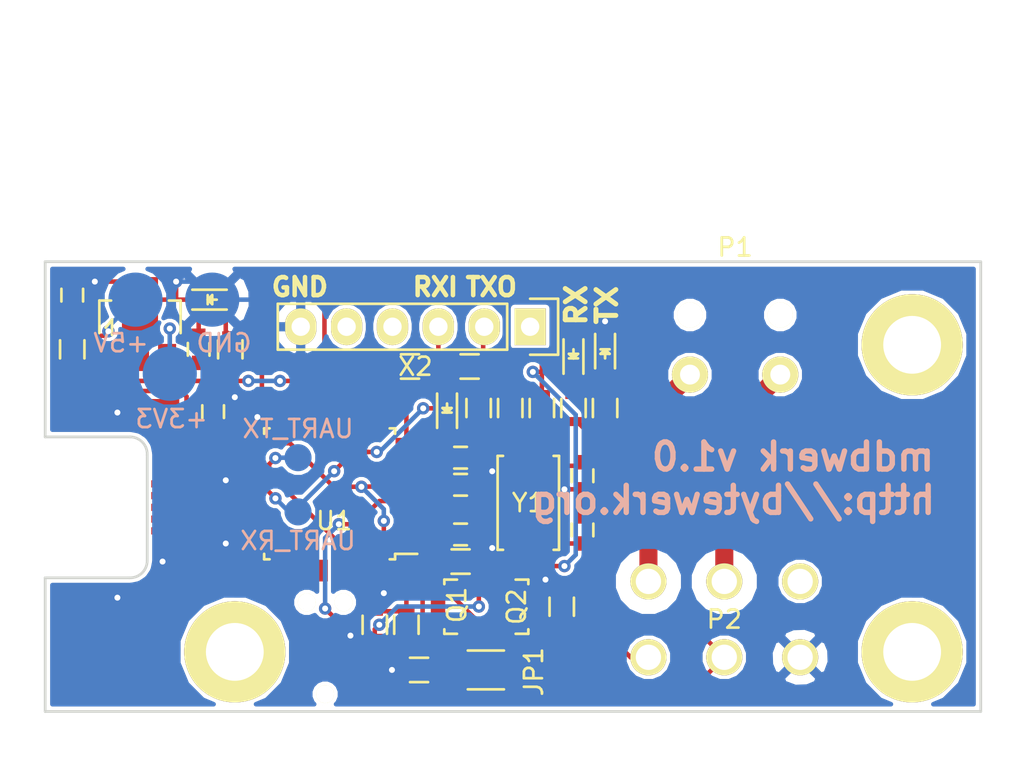
<source format=kicad_pcb>
(kicad_pcb (version 4) (host pcbnew 4.0.2+dfsg1-stable)

  (general
    (links 86)
    (no_connects 0)
    (area 113.424999 88.824999 165.375001 113.875001)
    (thickness 1.6)
    (drawings 18)
    (tracks 375)
    (zones 0)
    (modules 45)
    (nets 30)
  )

  (page A4)
  (layers
    (0 F.Cu signal)
    (31 B.Cu signal)
    (32 B.Adhes user)
    (33 F.Adhes user)
    (34 B.Paste user)
    (35 F.Paste user)
    (36 B.SilkS user)
    (37 F.SilkS user)
    (38 B.Mask user)
    (39 F.Mask user)
    (40 Dwgs.User user)
    (41 Cmts.User user)
    (42 Eco1.User user)
    (43 Eco2.User user)
    (44 Edge.Cuts user)
    (45 Margin user)
    (46 B.CrtYd user)
    (47 F.CrtYd user)
    (48 B.Fab user)
    (49 F.Fab user hide)
  )

  (setup
    (last_trace_width 0.25)
    (user_trace_width 0.25)
    (user_trace_width 1)
    (trace_clearance 0.1524)
    (zone_clearance 0.2)
    (zone_45_only no)
    (trace_min 0.1524)
    (segment_width 0.2)
    (edge_width 0.15)
    (via_size 0.6858)
    (via_drill 0.3302)
    (via_min_size 0.6858)
    (via_min_drill 0.3302)
    (uvia_size 0.3)
    (uvia_drill 0.1)
    (uvias_allowed no)
    (uvia_min_size 0)
    (uvia_min_drill 0)
    (pcb_text_width 0.3)
    (pcb_text_size 1.5 1.5)
    (mod_edge_width 0.15)
    (mod_text_size 1 1)
    (mod_text_width 0.15)
    (pad_size 5.6 5.6)
    (pad_drill 3.2)
    (pad_to_mask_clearance 0.05)
    (aux_axis_origin 0 0)
    (grid_origin 113.5 87.5)
    (visible_elements FFFFFF7F)
    (pcbplotparams
      (layerselection 0x00030_80000001)
      (usegerberextensions false)
      (excludeedgelayer true)
      (linewidth 0.100000)
      (plotframeref false)
      (viasonmask false)
      (mode 1)
      (useauxorigin false)
      (hpglpennumber 1)
      (hpglpenspeed 20)
      (hpglpendiameter 15)
      (hpglpenoverlay 2)
      (psnegative false)
      (psa4output false)
      (plotreference true)
      (plotvalue true)
      (plotinvisibletext false)
      (padsonsilk false)
      (subtractmaskfromsilk false)
      (outputformat 1)
      (mirror false)
      (drillshape 1)
      (scaleselection 1)
      (outputdirectory ""))
  )

  (net 0 "")
  (net 1 +3V3)
  (net 2 GND)
  (net 3 "Net-(C4-Pad1)")
  (net 4 "Net-(C5-Pad1)")
  (net 5 NRST)
  (net 6 +5V)
  (net 7 "Net-(D1-Pad2)")
  (net 8 "Net-(D2-Pad2)")
  (net 9 "Net-(D2-Pad1)")
  (net 10 "Net-(D3-Pad1)")
  (net 11 "Net-(D4-Pad2)")
  (net 12 5V_USB)
  (net 13 "Net-(Q1-Pad1)")
  (net 14 "Net-(Q1-Pad3)")
  (net 15 MDB_TXO)
  (net 16 USART1_TX)
  (net 17 MDB_RXI)
  (net 18 USART1_RX)
  (net 19 USART2_TX)
  (net 20 USART2_RX)
  (net 21 USB_DM)
  (net 22 USB_DP)
  (net 23 SWDIO)
  (net 24 SWCLK)
  (net 25 "Net-(JP1-Pad2)")
  (net 26 GNDPWR)
  (net 27 +36V)
  (net 28 "Net-(R13-Pad1)")
  (net 29 "Net-(R14-Pad1)")

  (net_class Default "This is the default net class."
    (clearance 0.1524)
    (trace_width 0.25)
    (via_dia 0.6858)
    (via_drill 0.3302)
    (uvia_dia 0.3)
    (uvia_drill 0.1)
    (add_net +36V)
    (add_net +3V3)
    (add_net +5V)
    (add_net 5V_USB)
    (add_net GND)
    (add_net GNDPWR)
    (add_net MDB_RXI)
    (add_net MDB_TXO)
    (add_net NRST)
    (add_net "Net-(C4-Pad1)")
    (add_net "Net-(C5-Pad1)")
    (add_net "Net-(D1-Pad2)")
    (add_net "Net-(D2-Pad1)")
    (add_net "Net-(D2-Pad2)")
    (add_net "Net-(D3-Pad1)")
    (add_net "Net-(D4-Pad2)")
    (add_net "Net-(JP1-Pad2)")
    (add_net "Net-(Q1-Pad1)")
    (add_net "Net-(Q1-Pad3)")
    (add_net "Net-(R13-Pad1)")
    (add_net "Net-(R14-Pad1)")
    (add_net SWCLK)
    (add_net SWDIO)
    (add_net USART1_RX)
    (add_net USART1_TX)
    (add_net USART2_RX)
    (add_net USART2_TX)
    (add_net USB_DM)
    (add_net USB_DP)
  )

  (module Resistors_SMD:R_0603 (layer F.Cu) (tedit 57644D22) (tstamp 576434BE)
    (at 134.2 111.5 180)
    (descr "Resistor SMD 0603, reflow soldering, Vishay (see dcrcw.pdf)")
    (tags "resistor 0603")
    (path /576582F2)
    (attr smd)
    (fp_text reference R11 (at 0 0 180) (layer F.Fab)
      (effects (font (size 1 1) (thickness 0.15)))
    )
    (fp_text value R (at 0 1.9 180) (layer F.Fab)
      (effects (font (size 1 1) (thickness 0.15)))
    )
    (fp_line (start -1.3 -0.8) (end 1.3 -0.8) (layer F.CrtYd) (width 0.05))
    (fp_line (start -1.3 0.8) (end 1.3 0.8) (layer F.CrtYd) (width 0.05))
    (fp_line (start -1.3 -0.8) (end -1.3 0.8) (layer F.CrtYd) (width 0.05))
    (fp_line (start 1.3 -0.8) (end 1.3 0.8) (layer F.CrtYd) (width 0.05))
    (fp_line (start 0.5 0.675) (end -0.5 0.675) (layer F.SilkS) (width 0.15))
    (fp_line (start -0.5 -0.675) (end 0.5 -0.675) (layer F.SilkS) (width 0.15))
    (pad 1 smd rect (at -0.75 0 180) (size 0.5 0.9) (layers F.Cu F.Paste F.Mask)
      (net 25 "Net-(JP1-Pad2)"))
    (pad 2 smd rect (at 0.75 0 180) (size 0.5 0.9) (layers F.Cu F.Paste F.Mask)
      (net 2 GND))
    (model Resistors_SMD.3dshapes/R_0603.wrl
      (at (xyz 0 0 0))
      (scale (xyz 1 1 1))
      (rotate (xyz 0 0 0))
    )
  )

  (module Mounting_Holes:MountingHole_3.2mm_M3_DIN965_Pad (layer F.Cu) (tedit 57646F93) (tstamp 57647004)
    (at 124 110.5)
    (descr "Mounting Hole 3.2mm, M3, DIN965")
    (tags "mounting hole 3.2mm m3 din965")
    (fp_text reference REF** (at 0 -3.8) (layer F.SilkS) hide
      (effects (font (size 1 1) (thickness 0.15)))
    )
    (fp_text value MountingHole_3.2mm_M3_DIN965_Pad (at 0 3.8) (layer F.Fab)
      (effects (font (size 1 1) (thickness 0.15)))
    )
    (fp_circle (center 0 0) (end 2.8 0) (layer Cmts.User) (width 0.15))
    (fp_circle (center 0 0) (end 3.05 0) (layer F.CrtYd) (width 0.05))
    (pad 1 thru_hole circle (at 0 0) (size 5.6 5.6) (drill 3.2) (layers *.Cu *.Mask F.SilkS))
  )

  (module Mounting_Holes:MountingHole_3.2mm_M3_DIN965_Pad (layer F.Cu) (tedit 57647747) (tstamp 57646F7B)
    (at 161.5 109.5)
    (descr "Mounting Hole 3.2mm, M3, DIN965")
    (tags "mounting hole 3.2mm m3 din965")
    (fp_text reference REF** (at 0 -3.8) (layer F.SilkS) hide
      (effects (font (size 1 1) (thickness 0.15)))
    )
    (fp_text value MountingHole_3.2mm_M3_DIN965_Pad (at 0 3.8) (layer F.Fab)
      (effects (font (size 1 1) (thickness 0.15)))
    )
    (fp_circle (center 0 0) (end 2.8 0) (layer Cmts.User) (width 0.15))
    (fp_circle (center 0 0) (end 3.05 0) (layer F.CrtYd) (width 0.05))
    (pad 1 thru_hole circle (at 0 1) (size 5.6 5.6) (drill 3.2) (layers *.Cu *.Mask F.SilkS))
  )

  (module Capacitors_SMD:C_0603 (layer F.Cu) (tedit 57644E17) (tstamp 57641DA5)
    (at 136.5 104)
    (descr "Capacitor SMD 0603, reflow soldering, AVX (see smccp.pdf)")
    (tags "capacitor 0603")
    (path /57642B5C)
    (attr smd)
    (fp_text reference C1 (at 0 0) (layer F.Fab)
      (effects (font (size 1 1) (thickness 0.15)))
    )
    (fp_text value 100nF (at 0 1.9) (layer F.Fab)
      (effects (font (size 1 1) (thickness 0.15)))
    )
    (fp_line (start -1.45 -0.75) (end 1.45 -0.75) (layer F.CrtYd) (width 0.05))
    (fp_line (start -1.45 0.75) (end 1.45 0.75) (layer F.CrtYd) (width 0.05))
    (fp_line (start -1.45 -0.75) (end -1.45 0.75) (layer F.CrtYd) (width 0.05))
    (fp_line (start 1.45 -0.75) (end 1.45 0.75) (layer F.CrtYd) (width 0.05))
    (fp_line (start -0.35 -0.6) (end 0.35 -0.6) (layer F.SilkS) (width 0.15))
    (fp_line (start 0.35 0.6) (end -0.35 0.6) (layer F.SilkS) (width 0.15))
    (pad 1 smd rect (at -0.75 0) (size 0.8 0.75) (layers F.Cu F.Paste F.Mask)
      (net 1 +3V3))
    (pad 2 smd rect (at 0.75 0) (size 0.8 0.75) (layers F.Cu F.Paste F.Mask)
      (net 2 GND))
    (model Capacitors_SMD.3dshapes/C_0603.wrl
      (at (xyz 0 0 0))
      (scale (xyz 1 1 1))
      (rotate (xyz 0 0 0))
    )
  )

  (module Capacitors_SMD:C_0603 (layer F.Cu) (tedit 57644ED2) (tstamp 57641DAB)
    (at 136.5 99.75)
    (descr "Capacitor SMD 0603, reflow soldering, AVX (see smccp.pdf)")
    (tags "capacitor 0603")
    (path /57642AEE)
    (attr smd)
    (fp_text reference C2 (at 0.05 0) (layer F.Fab)
      (effects (font (size 1 1) (thickness 0.15)))
    )
    (fp_text value 100nF (at 0 1.9) (layer F.Fab)
      (effects (font (size 1 1) (thickness 0.15)))
    )
    (fp_line (start -1.45 -0.75) (end 1.45 -0.75) (layer F.CrtYd) (width 0.05))
    (fp_line (start -1.45 0.75) (end 1.45 0.75) (layer F.CrtYd) (width 0.05))
    (fp_line (start -1.45 -0.75) (end -1.45 0.75) (layer F.CrtYd) (width 0.05))
    (fp_line (start 1.45 -0.75) (end 1.45 0.75) (layer F.CrtYd) (width 0.05))
    (fp_line (start -0.35 -0.6) (end 0.35 -0.6) (layer F.SilkS) (width 0.15))
    (fp_line (start 0.35 0.6) (end -0.35 0.6) (layer F.SilkS) (width 0.15))
    (pad 1 smd rect (at -0.75 0) (size 0.8 0.75) (layers F.Cu F.Paste F.Mask)
      (net 1 +3V3))
    (pad 2 smd rect (at 0.75 0) (size 0.8 0.75) (layers F.Cu F.Paste F.Mask)
      (net 2 GND))
    (model Capacitors_SMD.3dshapes/C_0603.wrl
      (at (xyz 0 0 0))
      (scale (xyz 1 1 1))
      (rotate (xyz 0 0 0))
    )
  )

  (module Capacitors_SMD:C_0603 (layer F.Cu) (tedit 5764261D) (tstamp 57641DB1)
    (at 122.8 97.2 90)
    (descr "Capacitor SMD 0603, reflow soldering, AVX (see smccp.pdf)")
    (tags "capacitor 0603")
    (path /57642FBF)
    (attr smd)
    (fp_text reference C3 (at 0 -1.9 90) (layer F.Fab)
      (effects (font (size 1 1) (thickness 0.15)))
    )
    (fp_text value 100nF (at 0 1.9 90) (layer F.Fab)
      (effects (font (size 1 1) (thickness 0.15)))
    )
    (fp_line (start -1.45 -0.75) (end 1.45 -0.75) (layer F.CrtYd) (width 0.05))
    (fp_line (start -1.45 0.75) (end 1.45 0.75) (layer F.CrtYd) (width 0.05))
    (fp_line (start -1.45 -0.75) (end -1.45 0.75) (layer F.CrtYd) (width 0.05))
    (fp_line (start 1.45 -0.75) (end 1.45 0.75) (layer F.CrtYd) (width 0.05))
    (fp_line (start -0.35 -0.6) (end 0.35 -0.6) (layer F.SilkS) (width 0.15))
    (fp_line (start 0.35 0.6) (end -0.35 0.6) (layer F.SilkS) (width 0.15))
    (pad 1 smd rect (at -0.75 0 90) (size 0.8 0.75) (layers F.Cu F.Paste F.Mask)
      (net 1 +3V3))
    (pad 2 smd rect (at 0.75 0 90) (size 0.8 0.75) (layers F.Cu F.Paste F.Mask)
      (net 2 GND))
    (model Capacitors_SMD.3dshapes/C_0603.wrl
      (at (xyz 0 0 0))
      (scale (xyz 1 1 1))
      (rotate (xyz 0 0 0))
    )
  )

  (module Capacitors_SMD:C_0603 (layer F.Cu) (tedit 57644E35) (tstamp 57641DB7)
    (at 143.25 103.75 90)
    (descr "Capacitor SMD 0603, reflow soldering, AVX (see smccp.pdf)")
    (tags "capacitor 0603")
    (path /5764268F)
    (attr smd)
    (fp_text reference C4 (at 0 0.05 90) (layer F.Fab)
      (effects (font (size 1 1) (thickness 0.15)))
    )
    (fp_text value 18pF (at 0 1.9 90) (layer F.Fab)
      (effects (font (size 1 1) (thickness 0.15)))
    )
    (fp_line (start -1.45 -0.75) (end 1.45 -0.75) (layer F.CrtYd) (width 0.05))
    (fp_line (start -1.45 0.75) (end 1.45 0.75) (layer F.CrtYd) (width 0.05))
    (fp_line (start -1.45 -0.75) (end -1.45 0.75) (layer F.CrtYd) (width 0.05))
    (fp_line (start 1.45 -0.75) (end 1.45 0.75) (layer F.CrtYd) (width 0.05))
    (fp_line (start -0.35 -0.6) (end 0.35 -0.6) (layer F.SilkS) (width 0.15))
    (fp_line (start 0.35 0.6) (end -0.35 0.6) (layer F.SilkS) (width 0.15))
    (pad 1 smd rect (at -0.75 0 90) (size 0.8 0.75) (layers F.Cu F.Paste F.Mask)
      (net 3 "Net-(C4-Pad1)"))
    (pad 2 smd rect (at 0.75 0 90) (size 0.8 0.75) (layers F.Cu F.Paste F.Mask)
      (net 2 GND))
    (model Capacitors_SMD.3dshapes/C_0603.wrl
      (at (xyz 0 0 0))
      (scale (xyz 1 1 1))
      (rotate (xyz 0 0 0))
    )
  )

  (module Capacitors_SMD:C_0603 (layer F.Cu) (tedit 57644E42) (tstamp 57641DBD)
    (at 143.25 100.75 270)
    (descr "Capacitor SMD 0603, reflow soldering, AVX (see smccp.pdf)")
    (tags "capacitor 0603")
    (path /576426E2)
    (attr smd)
    (fp_text reference C5 (at 0 0 270) (layer F.Fab)
      (effects (font (size 1 1) (thickness 0.15)))
    )
    (fp_text value 18pF (at 0 1.9 270) (layer F.Fab)
      (effects (font (size 1 1) (thickness 0.15)))
    )
    (fp_line (start -1.45 -0.75) (end 1.45 -0.75) (layer F.CrtYd) (width 0.05))
    (fp_line (start -1.45 0.75) (end 1.45 0.75) (layer F.CrtYd) (width 0.05))
    (fp_line (start -1.45 -0.75) (end -1.45 0.75) (layer F.CrtYd) (width 0.05))
    (fp_line (start 1.45 -0.75) (end 1.45 0.75) (layer F.CrtYd) (width 0.05))
    (fp_line (start -0.35 -0.6) (end 0.35 -0.6) (layer F.SilkS) (width 0.15))
    (fp_line (start 0.35 0.6) (end -0.35 0.6) (layer F.SilkS) (width 0.15))
    (pad 1 smd rect (at -0.75 0 270) (size 0.8 0.75) (layers F.Cu F.Paste F.Mask)
      (net 4 "Net-(C5-Pad1)"))
    (pad 2 smd rect (at 0.75 0 270) (size 0.8 0.75) (layers F.Cu F.Paste F.Mask)
      (net 2 GND))
    (model Capacitors_SMD.3dshapes/C_0603.wrl
      (at (xyz 0 0 0))
      (scale (xyz 1 1 1))
      (rotate (xyz 0 0 0))
    )
  )

  (module Capacitors_SMD:C_0603 (layer F.Cu) (tedit 57644ECA) (tstamp 57641DC3)
    (at 136.5 101.25)
    (descr "Capacitor SMD 0603, reflow soldering, AVX (see smccp.pdf)")
    (tags "capacitor 0603")
    (path /57642376)
    (attr smd)
    (fp_text reference C6 (at 0 0) (layer F.Fab)
      (effects (font (size 1 1) (thickness 0.15)))
    )
    (fp_text value 100nF (at 0 1.9) (layer F.Fab)
      (effects (font (size 1 1) (thickness 0.15)))
    )
    (fp_line (start -1.45 -0.75) (end 1.45 -0.75) (layer F.CrtYd) (width 0.05))
    (fp_line (start -1.45 0.75) (end 1.45 0.75) (layer F.CrtYd) (width 0.05))
    (fp_line (start -1.45 -0.75) (end -1.45 0.75) (layer F.CrtYd) (width 0.05))
    (fp_line (start 1.45 -0.75) (end 1.45 0.75) (layer F.CrtYd) (width 0.05))
    (fp_line (start -0.35 -0.6) (end 0.35 -0.6) (layer F.SilkS) (width 0.15))
    (fp_line (start 0.35 0.6) (end -0.35 0.6) (layer F.SilkS) (width 0.15))
    (pad 1 smd rect (at -0.75 0) (size 0.8 0.75) (layers F.Cu F.Paste F.Mask)
      (net 5 NRST))
    (pad 2 smd rect (at 0.75 0) (size 0.8 0.75) (layers F.Cu F.Paste F.Mask)
      (net 2 GND))
    (model Capacitors_SMD.3dshapes/C_0603.wrl
      (at (xyz 0 0 0))
      (scale (xyz 1 1 1))
      (rotate (xyz 0 0 0))
    )
  )

  (module Capacitors_SMD:C_0603 (layer F.Cu) (tedit 57642622) (tstamp 57641DC9)
    (at 115 90.75 90)
    (descr "Capacitor SMD 0603, reflow soldering, AVX (see smccp.pdf)")
    (tags "capacitor 0603")
    (path /576447CE)
    (attr smd)
    (fp_text reference C7 (at 0 -1.9 90) (layer F.Fab)
      (effects (font (size 1 1) (thickness 0.15)))
    )
    (fp_text value 1uF (at 0 1.9 90) (layer F.Fab)
      (effects (font (size 1 1) (thickness 0.15)))
    )
    (fp_line (start -1.45 -0.75) (end 1.45 -0.75) (layer F.CrtYd) (width 0.05))
    (fp_line (start -1.45 0.75) (end 1.45 0.75) (layer F.CrtYd) (width 0.05))
    (fp_line (start -1.45 -0.75) (end -1.45 0.75) (layer F.CrtYd) (width 0.05))
    (fp_line (start 1.45 -0.75) (end 1.45 0.75) (layer F.CrtYd) (width 0.05))
    (fp_line (start -0.35 -0.6) (end 0.35 -0.6) (layer F.SilkS) (width 0.15))
    (fp_line (start 0.35 0.6) (end -0.35 0.6) (layer F.SilkS) (width 0.15))
    (pad 1 smd rect (at -0.75 0 90) (size 0.8 0.75) (layers F.Cu F.Paste F.Mask)
      (net 6 +5V))
    (pad 2 smd rect (at 0.75 0 90) (size 0.8 0.75) (layers F.Cu F.Paste F.Mask)
      (net 2 GND))
    (model Capacitors_SMD.3dshapes/C_0603.wrl
      (at (xyz 0 0 0))
      (scale (xyz 1 1 1))
      (rotate (xyz 0 0 0))
    )
  )

  (module Capacitors_SMD:C_0603 (layer F.Cu) (tedit 57644F3B) (tstamp 57641DCF)
    (at 122 93.75 90)
    (descr "Capacitor SMD 0603, reflow soldering, AVX (see smccp.pdf)")
    (tags "capacitor 0603")
    (path /576448BB)
    (attr smd)
    (fp_text reference C8 (at 0 0 90) (layer F.Fab)
      (effects (font (size 1 1) (thickness 0.15)))
    )
    (fp_text value 1uF (at 0 1.9 90) (layer F.Fab)
      (effects (font (size 1 1) (thickness 0.15)))
    )
    (fp_line (start -1.45 -0.75) (end 1.45 -0.75) (layer F.CrtYd) (width 0.05))
    (fp_line (start -1.45 0.75) (end 1.45 0.75) (layer F.CrtYd) (width 0.05))
    (fp_line (start -1.45 -0.75) (end -1.45 0.75) (layer F.CrtYd) (width 0.05))
    (fp_line (start 1.45 -0.75) (end 1.45 0.75) (layer F.CrtYd) (width 0.05))
    (fp_line (start -0.35 -0.6) (end 0.35 -0.6) (layer F.SilkS) (width 0.15))
    (fp_line (start 0.35 0.6) (end -0.35 0.6) (layer F.SilkS) (width 0.15))
    (pad 1 smd rect (at -0.75 0 90) (size 0.8 0.75) (layers F.Cu F.Paste F.Mask)
      (net 1 +3V3))
    (pad 2 smd rect (at 0.75 0 90) (size 0.8 0.75) (layers F.Cu F.Paste F.Mask)
      (net 2 GND))
    (model Capacitors_SMD.3dshapes/C_0603.wrl
      (at (xyz 0 0 0))
      (scale (xyz 1 1 1))
      (rotate (xyz 0 0 0))
    )
  )

  (module LEDs:LED_0603 (layer F.Cu) (tedit 57644FA0) (tstamp 57641DD5)
    (at 122.75 91)
    (descr "LED 0603 smd package")
    (tags "LED led 0603 SMD smd SMT smt smdled SMDLED smtled SMTLED")
    (path /57649350)
    (attr smd)
    (fp_text reference D1 (at 0 0) (layer F.Fab)
      (effects (font (size 1 1) (thickness 0.15)))
    )
    (fp_text value red (at 0 1.5) (layer F.Fab)
      (effects (font (size 1 1) (thickness 0.15)))
    )
    (fp_line (start -1.1 0.55) (end 0.8 0.55) (layer F.SilkS) (width 0.15))
    (fp_line (start -1.1 -0.55) (end 0.8 -0.55) (layer F.SilkS) (width 0.15))
    (fp_line (start -0.2 0) (end 0.25 0) (layer F.SilkS) (width 0.15))
    (fp_line (start -0.25 -0.25) (end -0.25 0.25) (layer F.SilkS) (width 0.15))
    (fp_line (start -0.25 0) (end 0 -0.25) (layer F.SilkS) (width 0.15))
    (fp_line (start 0 -0.25) (end 0 0.25) (layer F.SilkS) (width 0.15))
    (fp_line (start 0 0.25) (end -0.25 0) (layer F.SilkS) (width 0.15))
    (fp_line (start 1.4 -0.75) (end 1.4 0.75) (layer F.CrtYd) (width 0.05))
    (fp_line (start 1.4 0.75) (end -1.4 0.75) (layer F.CrtYd) (width 0.05))
    (fp_line (start -1.4 0.75) (end -1.4 -0.75) (layer F.CrtYd) (width 0.05))
    (fp_line (start -1.4 -0.75) (end 1.4 -0.75) (layer F.CrtYd) (width 0.05))
    (pad 2 smd rect (at 0.7493 0 180) (size 0.79756 0.79756) (layers F.Cu F.Paste F.Mask)
      (net 7 "Net-(D1-Pad2)"))
    (pad 1 smd rect (at -0.7493 0 180) (size 0.79756 0.79756) (layers F.Cu F.Paste F.Mask)
      (net 2 GND))
    (model LEDs.3dshapes/LED_0603.wrl
      (at (xyz 0 0 0))
      (scale (xyz 1 1 1))
      (rotate (xyz 0 0 180))
    )
  )

  (module LEDs:LED_0603 (layer F.Cu) (tedit 57644EFC) (tstamp 57641DDB)
    (at 135.75 97 90)
    (descr "LED 0603 smd package")
    (tags "LED led 0603 SMD smd SMT smt smdled SMDLED smtled SMTLED")
    (path /5764C28A)
    (attr smd)
    (fp_text reference D2 (at 0 0 90) (layer F.Fab)
      (effects (font (size 1 1) (thickness 0.15)))
    )
    (fp_text value yellow (at 0 1.5 90) (layer F.Fab)
      (effects (font (size 1 1) (thickness 0.15)))
    )
    (fp_line (start -1.1 0.55) (end 0.8 0.55) (layer F.SilkS) (width 0.15))
    (fp_line (start -1.1 -0.55) (end 0.8 -0.55) (layer F.SilkS) (width 0.15))
    (fp_line (start -0.2 0) (end 0.25 0) (layer F.SilkS) (width 0.15))
    (fp_line (start -0.25 -0.25) (end -0.25 0.25) (layer F.SilkS) (width 0.15))
    (fp_line (start -0.25 0) (end 0 -0.25) (layer F.SilkS) (width 0.15))
    (fp_line (start 0 -0.25) (end 0 0.25) (layer F.SilkS) (width 0.15))
    (fp_line (start 0 0.25) (end -0.25 0) (layer F.SilkS) (width 0.15))
    (fp_line (start 1.4 -0.75) (end 1.4 0.75) (layer F.CrtYd) (width 0.05))
    (fp_line (start 1.4 0.75) (end -1.4 0.75) (layer F.CrtYd) (width 0.05))
    (fp_line (start -1.4 0.75) (end -1.4 -0.75) (layer F.CrtYd) (width 0.05))
    (fp_line (start -1.4 -0.75) (end 1.4 -0.75) (layer F.CrtYd) (width 0.05))
    (pad 2 smd rect (at 0.7493 0 270) (size 0.79756 0.79756) (layers F.Cu F.Paste F.Mask)
      (net 8 "Net-(D2-Pad2)"))
    (pad 1 smd rect (at -0.7493 0 270) (size 0.79756 0.79756) (layers F.Cu F.Paste F.Mask)
      (net 9 "Net-(D2-Pad1)"))
    (model LEDs.3dshapes/LED_0603.wrl
      (at (xyz 0 0 0))
      (scale (xyz 1 1 1))
      (rotate (xyz 0 0 180))
    )
  )

  (module TO_SOT_Packages_SMD:SOT-23 (layer F.Cu) (tedit 553634F8) (tstamp 57641DFC)
    (at 136.25 108 90)
    (descr "SOT-23, Standard")
    (tags SOT-23)
    (path /5764066B)
    (attr smd)
    (fp_text reference Q1 (at 0.1 0.05 90) (layer F.SilkS)
      (effects (font (size 1 1) (thickness 0.15)))
    )
    (fp_text value MMBT2907 (at 0 2.3 270) (layer F.Fab)
      (effects (font (size 1 1) (thickness 0.15)))
    )
    (fp_line (start -1.65 -1.6) (end 1.65 -1.6) (layer F.CrtYd) (width 0.05))
    (fp_line (start 1.65 -1.6) (end 1.65 1.6) (layer F.CrtYd) (width 0.05))
    (fp_line (start 1.65 1.6) (end -1.65 1.6) (layer F.CrtYd) (width 0.05))
    (fp_line (start -1.65 1.6) (end -1.65 -1.6) (layer F.CrtYd) (width 0.05))
    (fp_line (start 1.29916 -0.65024) (end 1.2509 -0.65024) (layer F.SilkS) (width 0.15))
    (fp_line (start -1.49982 0.0508) (end -1.49982 -0.65024) (layer F.SilkS) (width 0.15))
    (fp_line (start -1.49982 -0.65024) (end -1.2509 -0.65024) (layer F.SilkS) (width 0.15))
    (fp_line (start 1.29916 -0.65024) (end 1.49982 -0.65024) (layer F.SilkS) (width 0.15))
    (fp_line (start 1.49982 -0.65024) (end 1.49982 0.0508) (layer F.SilkS) (width 0.15))
    (pad 1 smd rect (at -0.95 1.00076 90) (size 0.8001 0.8001) (layers F.Cu F.Paste F.Mask)
      (net 13 "Net-(Q1-Pad1)"))
    (pad 2 smd rect (at 0.95 1.00076 90) (size 0.8001 0.8001) (layers F.Cu F.Paste F.Mask)
      (net 6 +5V))
    (pad 3 smd rect (at 0 -0.99822 90) (size 0.8001 0.8001) (layers F.Cu F.Paste F.Mask)
      (net 14 "Net-(Q1-Pad3)"))
    (model TO_SOT_Packages_SMD.3dshapes/SOT-23.wrl
      (at (xyz 0 0 0))
      (scale (xyz 1 1 1))
      (rotate (xyz 0 0 0))
    )
  )

  (module TO_SOT_Packages_SMD:SOT-23 (layer F.Cu) (tedit 553634F8) (tstamp 57641E03)
    (at 139.6 108 270)
    (descr "SOT-23, Standard")
    (tags SOT-23)
    (path /5764069A)
    (attr smd)
    (fp_text reference Q2 (at 0 0 270) (layer F.SilkS)
      (effects (font (size 1 1) (thickness 0.15)))
    )
    (fp_text value MMBT2907 (at 0 2.3 270) (layer F.Fab)
      (effects (font (size 1 1) (thickness 0.15)))
    )
    (fp_line (start -1.65 -1.6) (end 1.65 -1.6) (layer F.CrtYd) (width 0.05))
    (fp_line (start 1.65 -1.6) (end 1.65 1.6) (layer F.CrtYd) (width 0.05))
    (fp_line (start 1.65 1.6) (end -1.65 1.6) (layer F.CrtYd) (width 0.05))
    (fp_line (start -1.65 1.6) (end -1.65 -1.6) (layer F.CrtYd) (width 0.05))
    (fp_line (start 1.29916 -0.65024) (end 1.2509 -0.65024) (layer F.SilkS) (width 0.15))
    (fp_line (start -1.49982 0.0508) (end -1.49982 -0.65024) (layer F.SilkS) (width 0.15))
    (fp_line (start -1.49982 -0.65024) (end -1.2509 -0.65024) (layer F.SilkS) (width 0.15))
    (fp_line (start 1.29916 -0.65024) (end 1.49982 -0.65024) (layer F.SilkS) (width 0.15))
    (fp_line (start 1.49982 -0.65024) (end 1.49982 0.0508) (layer F.SilkS) (width 0.15))
    (pad 1 smd rect (at -0.95 1.00076 270) (size 0.8001 0.8001) (layers F.Cu F.Paste F.Mask)
      (net 14 "Net-(Q1-Pad3)"))
    (pad 2 smd rect (at 0.95 1.00076 270) (size 0.8001 0.8001) (layers F.Cu F.Paste F.Mask)
      (net 13 "Net-(Q1-Pad1)"))
    (pad 3 smd rect (at 0 -0.99822 270) (size 0.8001 0.8001) (layers F.Cu F.Paste F.Mask)
      (net 15 MDB_TXO))
    (model TO_SOT_Packages_SMD.3dshapes/SOT-23.wrl
      (at (xyz 0 0 0))
      (scale (xyz 1 1 1))
      (rotate (xyz 0 0 0))
    )
  )

  (module Resistors_SMD:R_0603 (layer F.Cu) (tedit 57644F1D) (tstamp 57641E09)
    (at 123.75 93.75 90)
    (descr "Resistor SMD 0603, reflow soldering, Vishay (see dcrcw.pdf)")
    (tags "resistor 0603")
    (path /576493CD)
    (attr smd)
    (fp_text reference R1 (at 0 0 90) (layer F.Fab)
      (effects (font (size 1 1) (thickness 0.15)))
    )
    (fp_text value 1K (at 0 1.9 90) (layer F.Fab)
      (effects (font (size 1 1) (thickness 0.15)))
    )
    (fp_line (start -1.3 -0.8) (end 1.3 -0.8) (layer F.CrtYd) (width 0.05))
    (fp_line (start -1.3 0.8) (end 1.3 0.8) (layer F.CrtYd) (width 0.05))
    (fp_line (start -1.3 -0.8) (end -1.3 0.8) (layer F.CrtYd) (width 0.05))
    (fp_line (start 1.3 -0.8) (end 1.3 0.8) (layer F.CrtYd) (width 0.05))
    (fp_line (start 0.5 0.675) (end -0.5 0.675) (layer F.SilkS) (width 0.15))
    (fp_line (start -0.5 -0.675) (end 0.5 -0.675) (layer F.SilkS) (width 0.15))
    (pad 1 smd rect (at -0.75 0 90) (size 0.5 0.9) (layers F.Cu F.Paste F.Mask)
      (net 1 +3V3))
    (pad 2 smd rect (at 0.75 0 90) (size 0.5 0.9) (layers F.Cu F.Paste F.Mask)
      (net 7 "Net-(D1-Pad2)"))
    (model Resistors_SMD.3dshapes/R_0603.wrl
      (at (xyz 0 0 0))
      (scale (xyz 1 1 1))
      (rotate (xyz 0 0 0))
    )
  )

  (module Resistors_SMD:R_0603 (layer F.Cu) (tedit 57644EAF) (tstamp 57641E0F)
    (at 137.5 97 90)
    (descr "Resistor SMD 0603, reflow soldering, Vishay (see dcrcw.pdf)")
    (tags "resistor 0603")
    (path /5764C4E6)
    (attr smd)
    (fp_text reference R2 (at 0 0 90) (layer F.Fab)
      (effects (font (size 1 1) (thickness 0.15)))
    )
    (fp_text value 1K (at 0 1.9 90) (layer F.Fab)
      (effects (font (size 1 1) (thickness 0.15)))
    )
    (fp_line (start -1.3 -0.8) (end 1.3 -0.8) (layer F.CrtYd) (width 0.05))
    (fp_line (start -1.3 0.8) (end 1.3 0.8) (layer F.CrtYd) (width 0.05))
    (fp_line (start -1.3 -0.8) (end -1.3 0.8) (layer F.CrtYd) (width 0.05))
    (fp_line (start 1.3 -0.8) (end 1.3 0.8) (layer F.CrtYd) (width 0.05))
    (fp_line (start 0.5 0.675) (end -0.5 0.675) (layer F.SilkS) (width 0.15))
    (fp_line (start -0.5 -0.675) (end 0.5 -0.675) (layer F.SilkS) (width 0.15))
    (pad 1 smd rect (at -0.75 0 90) (size 0.5 0.9) (layers F.Cu F.Paste F.Mask)
      (net 1 +3V3))
    (pad 2 smd rect (at 0.75 0 90) (size 0.5 0.9) (layers F.Cu F.Paste F.Mask)
      (net 8 "Net-(D2-Pad2)"))
    (model Resistors_SMD.3dshapes/R_0603.wrl
      (at (xyz 0 0 0))
      (scale (xyz 1 1 1))
      (rotate (xyz 0 0 0))
    )
  )

  (module Resistors_SMD:R_0603 (layer F.Cu) (tedit 57644D2D) (tstamp 57641E15)
    (at 131.75 109 90)
    (descr "Resistor SMD 0603, reflow soldering, Vishay (see dcrcw.pdf)")
    (tags "resistor 0603")
    (path /57640D38)
    (attr smd)
    (fp_text reference R3 (at 0 0 90) (layer F.Fab)
      (effects (font (size 1 1) (thickness 0.15)))
    )
    (fp_text value 1K (at 0 1.9 90) (layer F.Fab)
      (effects (font (size 1 1) (thickness 0.15)))
    )
    (fp_line (start -1.3 -0.8) (end 1.3 -0.8) (layer F.CrtYd) (width 0.05))
    (fp_line (start -1.3 0.8) (end 1.3 0.8) (layer F.CrtYd) (width 0.05))
    (fp_line (start -1.3 -0.8) (end -1.3 0.8) (layer F.CrtYd) (width 0.05))
    (fp_line (start 1.3 -0.8) (end 1.3 0.8) (layer F.CrtYd) (width 0.05))
    (fp_line (start 0.5 0.675) (end -0.5 0.675) (layer F.SilkS) (width 0.15))
    (fp_line (start -0.5 -0.675) (end 0.5 -0.675) (layer F.SilkS) (width 0.15))
    (pad 1 smd rect (at -0.75 0 90) (size 0.5 0.9) (layers F.Cu F.Paste F.Mask)
      (net 6 +5V))
    (pad 2 smd rect (at 0.75 0 90) (size 0.5 0.9) (layers F.Cu F.Paste F.Mask)
      (net 16 USART1_TX))
    (model Resistors_SMD.3dshapes/R_0603.wrl
      (at (xyz 0 0 0))
      (scale (xyz 1 1 1))
      (rotate (xyz 0 0 0))
    )
  )

  (module Resistors_SMD:R_0603 (layer F.Cu) (tedit 57644D6E) (tstamp 57641E1B)
    (at 133.5 109 90)
    (descr "Resistor SMD 0603, reflow soldering, Vishay (see dcrcw.pdf)")
    (tags "resistor 0603")
    (path /5764087E)
    (attr smd)
    (fp_text reference R4 (at 0 0.1 90) (layer F.Fab)
      (effects (font (size 1 1) (thickness 0.15)))
    )
    (fp_text value 10K (at 0 1.9 90) (layer F.Fab)
      (effects (font (size 1 1) (thickness 0.15)))
    )
    (fp_line (start -1.3 -0.8) (end 1.3 -0.8) (layer F.CrtYd) (width 0.05))
    (fp_line (start -1.3 0.8) (end 1.3 0.8) (layer F.CrtYd) (width 0.05))
    (fp_line (start -1.3 -0.8) (end -1.3 0.8) (layer F.CrtYd) (width 0.05))
    (fp_line (start 1.3 -0.8) (end 1.3 0.8) (layer F.CrtYd) (width 0.05))
    (fp_line (start 0.5 0.675) (end -0.5 0.675) (layer F.SilkS) (width 0.15))
    (fp_line (start -0.5 -0.675) (end 0.5 -0.675) (layer F.SilkS) (width 0.15))
    (pad 1 smd rect (at -0.75 0 90) (size 0.5 0.9) (layers F.Cu F.Paste F.Mask)
      (net 14 "Net-(Q1-Pad3)"))
    (pad 2 smd rect (at 0.75 0 90) (size 0.5 0.9) (layers F.Cu F.Paste F.Mask)
      (net 16 USART1_TX))
    (model Resistors_SMD.3dshapes/R_0603.wrl
      (at (xyz 0 0 0))
      (scale (xyz 1 1 1))
      (rotate (xyz 0 0 0))
    )
  )

  (module Resistors_SMD:R_0603 (layer F.Cu) (tedit 57644E8F) (tstamp 57641E21)
    (at 139.25 97 90)
    (descr "Resistor SMD 0603, reflow soldering, Vishay (see dcrcw.pdf)")
    (tags "resistor 0603")
    (path /57640FA7)
    (attr smd)
    (fp_text reference R5 (at 0 0 90) (layer F.Fab)
      (effects (font (size 1 1) (thickness 0.15)))
    )
    (fp_text value 10K (at 0 1.9 90) (layer F.Fab)
      (effects (font (size 1 1) (thickness 0.15)))
    )
    (fp_line (start -1.3 -0.8) (end 1.3 -0.8) (layer F.CrtYd) (width 0.05))
    (fp_line (start -1.3 0.8) (end 1.3 0.8) (layer F.CrtYd) (width 0.05))
    (fp_line (start -1.3 -0.8) (end -1.3 0.8) (layer F.CrtYd) (width 0.05))
    (fp_line (start 1.3 -0.8) (end 1.3 0.8) (layer F.CrtYd) (width 0.05))
    (fp_line (start 0.5 0.675) (end -0.5 0.675) (layer F.SilkS) (width 0.15))
    (fp_line (start -0.5 -0.675) (end 0.5 -0.675) (layer F.SilkS) (width 0.15))
    (pad 1 smd rect (at -0.75 0 90) (size 0.5 0.9) (layers F.Cu F.Paste F.Mask)
      (net 17 MDB_RXI))
    (pad 2 smd rect (at 0.75 0 90) (size 0.5 0.9) (layers F.Cu F.Paste F.Mask)
      (net 18 USART1_RX))
    (model Resistors_SMD.3dshapes/R_0603.wrl
      (at (xyz 0 0 0))
      (scale (xyz 1 1 1))
      (rotate (xyz 0 0 0))
    )
  )

  (module Resistors_SMD:R_0603 (layer F.Cu) (tedit 57644E71) (tstamp 57641E27)
    (at 141 97 270)
    (descr "Resistor SMD 0603, reflow soldering, Vishay (see dcrcw.pdf)")
    (tags "resistor 0603")
    (path /5764101E)
    (attr smd)
    (fp_text reference R6 (at 0 0 270) (layer F.Fab)
      (effects (font (size 1 1) (thickness 0.15)))
    )
    (fp_text value 1K (at 0 1.9 270) (layer F.Fab)
      (effects (font (size 1 1) (thickness 0.15)))
    )
    (fp_line (start -1.3 -0.8) (end 1.3 -0.8) (layer F.CrtYd) (width 0.05))
    (fp_line (start -1.3 0.8) (end 1.3 0.8) (layer F.CrtYd) (width 0.05))
    (fp_line (start -1.3 -0.8) (end -1.3 0.8) (layer F.CrtYd) (width 0.05))
    (fp_line (start 1.3 -0.8) (end 1.3 0.8) (layer F.CrtYd) (width 0.05))
    (fp_line (start 0.5 0.675) (end -0.5 0.675) (layer F.SilkS) (width 0.15))
    (fp_line (start -0.5 -0.675) (end 0.5 -0.675) (layer F.SilkS) (width 0.15))
    (pad 1 smd rect (at -0.75 0 270) (size 0.5 0.9) (layers F.Cu F.Paste F.Mask)
      (net 6 +5V))
    (pad 2 smd rect (at 0.75 0 270) (size 0.5 0.9) (layers F.Cu F.Paste F.Mask)
      (net 17 MDB_RXI))
    (model Resistors_SMD.3dshapes/R_0603.wrl
      (at (xyz 0 0 0))
      (scale (xyz 1 1 1))
      (rotate (xyz 0 0 0))
    )
  )

  (module Resistors_SMD:R_0603 (layer F.Cu) (tedit 57644E7F) (tstamp 57641E2D)
    (at 142.75 97 270)
    (descr "Resistor SMD 0603, reflow soldering, Vishay (see dcrcw.pdf)")
    (tags "resistor 0603")
    (path /57645BF0)
    (attr smd)
    (fp_text reference R7 (at 0 0 270) (layer F.Fab)
      (effects (font (size 1 1) (thickness 0.15)))
    )
    (fp_text value 1K (at 0 1.9 270) (layer F.Fab)
      (effects (font (size 1 1) (thickness 0.15)))
    )
    (fp_line (start -1.3 -0.8) (end 1.3 -0.8) (layer F.CrtYd) (width 0.05))
    (fp_line (start -1.3 0.8) (end 1.3 0.8) (layer F.CrtYd) (width 0.05))
    (fp_line (start -1.3 -0.8) (end -1.3 0.8) (layer F.CrtYd) (width 0.05))
    (fp_line (start 1.3 -0.8) (end 1.3 0.8) (layer F.CrtYd) (width 0.05))
    (fp_line (start 0.5 0.675) (end -0.5 0.675) (layer F.SilkS) (width 0.15))
    (fp_line (start -0.5 -0.675) (end 0.5 -0.675) (layer F.SilkS) (width 0.15))
    (pad 1 smd rect (at -0.75 0 270) (size 0.5 0.9) (layers F.Cu F.Paste F.Mask)
      (net 10 "Net-(D3-Pad1)"))
    (pad 2 smd rect (at 0.75 0 270) (size 0.5 0.9) (layers F.Cu F.Paste F.Mask)
      (net 17 MDB_RXI))
    (model Resistors_SMD.3dshapes/R_0603.wrl
      (at (xyz 0 0 0))
      (scale (xyz 1 1 1))
      (rotate (xyz 0 0 0))
    )
  )

  (module Resistors_SMD:R_0603 (layer F.Cu) (tedit 57644D8B) (tstamp 57641E33)
    (at 136.5 105.5 180)
    (descr "Resistor SMD 0603, reflow soldering, Vishay (see dcrcw.pdf)")
    (tags "resistor 0603")
    (path /576406CB)
    (attr smd)
    (fp_text reference R8 (at 0 0 180) (layer F.Fab)
      (effects (font (size 1 1) (thickness 0.15)))
    )
    (fp_text value 10R (at 0 1.9 180) (layer F.Fab)
      (effects (font (size 1 1) (thickness 0.15)))
    )
    (fp_line (start -1.3 -0.8) (end 1.3 -0.8) (layer F.CrtYd) (width 0.05))
    (fp_line (start -1.3 0.8) (end 1.3 0.8) (layer F.CrtYd) (width 0.05))
    (fp_line (start -1.3 -0.8) (end -1.3 0.8) (layer F.CrtYd) (width 0.05))
    (fp_line (start 1.3 -0.8) (end 1.3 0.8) (layer F.CrtYd) (width 0.05))
    (fp_line (start 0.5 0.675) (end -0.5 0.675) (layer F.SilkS) (width 0.15))
    (fp_line (start -0.5 -0.675) (end 0.5 -0.675) (layer F.SilkS) (width 0.15))
    (pad 1 smd rect (at -0.75 0 180) (size 0.5 0.9) (layers F.Cu F.Paste F.Mask)
      (net 6 +5V))
    (pad 2 smd rect (at 0.75 0 180) (size 0.5 0.9) (layers F.Cu F.Paste F.Mask)
      (net 13 "Net-(Q1-Pad1)"))
    (model Resistors_SMD.3dshapes/R_0603.wrl
      (at (xyz 0 0 0))
      (scale (xyz 1 1 1))
      (rotate (xyz 0 0 0))
    )
  )

  (module Resistors_SMD:R_0603 (layer F.Cu) (tedit 57644DAE) (tstamp 57641E39)
    (at 142.1 108 90)
    (descr "Resistor SMD 0603, reflow soldering, Vishay (see dcrcw.pdf)")
    (tags "resistor 0603")
    (path /5764082C)
    (attr smd)
    (fp_text reference R9 (at 0 0 90) (layer F.Fab)
      (effects (font (size 1 1) (thickness 0.15)))
    )
    (fp_text value 1K (at 0 1.9 90) (layer F.Fab)
      (effects (font (size 1 1) (thickness 0.15)))
    )
    (fp_line (start -1.3 -0.8) (end 1.3 -0.8) (layer F.CrtYd) (width 0.05))
    (fp_line (start -1.3 0.8) (end 1.3 0.8) (layer F.CrtYd) (width 0.05))
    (fp_line (start -1.3 -0.8) (end -1.3 0.8) (layer F.CrtYd) (width 0.05))
    (fp_line (start 1.3 -0.8) (end 1.3 0.8) (layer F.CrtYd) (width 0.05))
    (fp_line (start 0.5 0.675) (end -0.5 0.675) (layer F.SilkS) (width 0.15))
    (fp_line (start -0.5 -0.675) (end 0.5 -0.675) (layer F.SilkS) (width 0.15))
    (pad 1 smd rect (at -0.75 0 90) (size 0.5 0.9) (layers F.Cu F.Paste F.Mask)
      (net 15 MDB_TXO))
    (pad 2 smd rect (at 0.75 0 90) (size 0.5 0.9) (layers F.Cu F.Paste F.Mask)
      (net 2 GND))
    (model Resistors_SMD.3dshapes/R_0603.wrl
      (at (xyz 0 0 0))
      (scale (xyz 1 1 1))
      (rotate (xyz 0 0 0))
    )
  )

  (module Resistors_SMD:R_0603 (layer F.Cu) (tedit 57644DB9) (tstamp 57641E3F)
    (at 144.5 97 90)
    (descr "Resistor SMD 0603, reflow soldering, Vishay (see dcrcw.pdf)")
    (tags "resistor 0603")
    (path /57645A30)
    (attr smd)
    (fp_text reference R10 (at 0 0 90) (layer F.Fab)
      (effects (font (size 1 1) (thickness 0.15)))
    )
    (fp_text value 1K (at 0 1.9 90) (layer F.Fab)
      (effects (font (size 1 1) (thickness 0.15)))
    )
    (fp_line (start -1.3 -0.8) (end 1.3 -0.8) (layer F.CrtYd) (width 0.05))
    (fp_line (start -1.3 0.8) (end 1.3 0.8) (layer F.CrtYd) (width 0.05))
    (fp_line (start -1.3 -0.8) (end -1.3 0.8) (layer F.CrtYd) (width 0.05))
    (fp_line (start 1.3 -0.8) (end 1.3 0.8) (layer F.CrtYd) (width 0.05))
    (fp_line (start 0.5 0.675) (end -0.5 0.675) (layer F.SilkS) (width 0.15))
    (fp_line (start -0.5 -0.675) (end 0.5 -0.675) (layer F.SilkS) (width 0.15))
    (pad 1 smd rect (at -0.75 0 90) (size 0.5 0.9) (layers F.Cu F.Paste F.Mask)
      (net 15 MDB_TXO))
    (pad 2 smd rect (at 0.75 0 90) (size 0.5 0.9) (layers F.Cu F.Paste F.Mask)
      (net 11 "Net-(D4-Pad2)"))
    (model Resistors_SMD.3dshapes/R_0603.wrl
      (at (xyz 0 0 0))
      (scale (xyz 1 1 1))
      (rotate (xyz 0 0 0))
    )
  )

  (module Housings_QFP:LQFP-32_7x7mm_Pitch0.8mm (layer F.Cu) (tedit 54130A77) (tstamp 57641E63)
    (at 129.25 101.75 180)
    (descr "LQFP32: plastic low profile quad flat package; 32 leads; body 7 x 7 x 1.4 mm (see NXP sot358-1_po.pdf and sot358-1_fr.pdf)")
    (tags "QFP 0.8")
    (path /57641D6D)
    (attr smd)
    (fp_text reference U1 (at -0.25 -1.5 180) (layer F.SilkS)
      (effects (font (size 1 1) (thickness 0.15)))
    )
    (fp_text value STM32F042K6Tx (at 0 5.85 180) (layer F.Fab)
      (effects (font (size 1 1) (thickness 0.15)))
    )
    (fp_line (start -5.1 -5.1) (end -5.1 5.1) (layer F.CrtYd) (width 0.05))
    (fp_line (start 5.1 -5.1) (end 5.1 5.1) (layer F.CrtYd) (width 0.05))
    (fp_line (start -5.1 -5.1) (end 5.1 -5.1) (layer F.CrtYd) (width 0.05))
    (fp_line (start -5.1 5.1) (end 5.1 5.1) (layer F.CrtYd) (width 0.05))
    (fp_line (start -3.625 -3.625) (end -3.625 -3.325) (layer F.SilkS) (width 0.15))
    (fp_line (start 3.625 -3.625) (end 3.625 -3.325) (layer F.SilkS) (width 0.15))
    (fp_line (start 3.625 3.625) (end 3.625 3.325) (layer F.SilkS) (width 0.15))
    (fp_line (start -3.625 3.625) (end -3.625 3.325) (layer F.SilkS) (width 0.15))
    (fp_line (start -3.625 -3.625) (end -3.325 -3.625) (layer F.SilkS) (width 0.15))
    (fp_line (start -3.625 3.625) (end -3.325 3.625) (layer F.SilkS) (width 0.15))
    (fp_line (start 3.625 3.625) (end 3.325 3.625) (layer F.SilkS) (width 0.15))
    (fp_line (start 3.625 -3.625) (end 3.325 -3.625) (layer F.SilkS) (width 0.15))
    (fp_line (start -3.625 -3.325) (end -4.85 -3.325) (layer F.SilkS) (width 0.15))
    (pad 1 smd rect (at -4.25 -2.8 180) (size 1.2 0.6) (layers F.Cu F.Paste F.Mask)
      (net 1 +3V3))
    (pad 2 smd rect (at -4.25 -2 180) (size 1.2 0.6) (layers F.Cu F.Paste F.Mask)
      (net 3 "Net-(C4-Pad1)"))
    (pad 3 smd rect (at -4.25 -1.2 180) (size 1.2 0.6) (layers F.Cu F.Paste F.Mask)
      (net 4 "Net-(C5-Pad1)"))
    (pad 4 smd rect (at -4.25 -0.4 180) (size 1.2 0.6) (layers F.Cu F.Paste F.Mask)
      (net 5 NRST))
    (pad 5 smd rect (at -4.25 0.4 180) (size 1.2 0.6) (layers F.Cu F.Paste F.Mask)
      (net 1 +3V3))
    (pad 6 smd rect (at -4.25 1.2 180) (size 1.2 0.6) (layers F.Cu F.Paste F.Mask)
      (net 9 "Net-(D2-Pad1)"))
    (pad 7 smd rect (at -4.25 2 180) (size 1.2 0.6) (layers F.Cu F.Paste F.Mask))
    (pad 8 smd rect (at -4.25 2.8 180) (size 1.2 0.6) (layers F.Cu F.Paste F.Mask)
      (net 19 USART2_TX))
    (pad 9 smd rect (at -2.8 4.25 270) (size 1.2 0.6) (layers F.Cu F.Paste F.Mask)
      (net 20 USART2_RX))
    (pad 10 smd rect (at -2 4.25 270) (size 1.2 0.6) (layers F.Cu F.Paste F.Mask))
    (pad 11 smd rect (at -1.2 4.25 270) (size 1.2 0.6) (layers F.Cu F.Paste F.Mask))
    (pad 12 smd rect (at -0.4 4.25 270) (size 1.2 0.6) (layers F.Cu F.Paste F.Mask))
    (pad 13 smd rect (at 0.4 4.25 270) (size 1.2 0.6) (layers F.Cu F.Paste F.Mask))
    (pad 14 smd rect (at 1.2 4.25 270) (size 1.2 0.6) (layers F.Cu F.Paste F.Mask))
    (pad 15 smd rect (at 2 4.25 270) (size 1.2 0.6) (layers F.Cu F.Paste F.Mask))
    (pad 16 smd rect (at 2.8 4.25 270) (size 1.2 0.6) (layers F.Cu F.Paste F.Mask)
      (net 2 GND))
    (pad 17 smd rect (at 4.25 2.8 180) (size 1.2 0.6) (layers F.Cu F.Paste F.Mask)
      (net 1 +3V3))
    (pad 18 smd rect (at 4.25 2 180) (size 1.2 0.6) (layers F.Cu F.Paste F.Mask))
    (pad 19 smd rect (at 4.25 1.2 180) (size 1.2 0.6) (layers F.Cu F.Paste F.Mask)
      (net 16 USART1_TX))
    (pad 20 smd rect (at 4.25 0.4 180) (size 1.2 0.6) (layers F.Cu F.Paste F.Mask)
      (net 18 USART1_RX))
    (pad 21 smd rect (at 4.25 -0.4 180) (size 1.2 0.6) (layers F.Cu F.Paste F.Mask)
      (net 21 USB_DM))
    (pad 22 smd rect (at 4.25 -1.2 180) (size 1.2 0.6) (layers F.Cu F.Paste F.Mask)
      (net 22 USB_DP))
    (pad 23 smd rect (at 4.25 -2 180) (size 1.2 0.6) (layers F.Cu F.Paste F.Mask)
      (net 23 SWDIO))
    (pad 24 smd rect (at 4.25 -2.8 180) (size 1.2 0.6) (layers F.Cu F.Paste F.Mask)
      (net 24 SWCLK))
    (pad 25 smd rect (at 2.8 -4.25 270) (size 1.2 0.6) (layers F.Cu F.Paste F.Mask))
    (pad 26 smd rect (at 2 -4.25 270) (size 1.2 0.6) (layers F.Cu F.Paste F.Mask))
    (pad 27 smd rect (at 1.2 -4.25 270) (size 1.2 0.6) (layers F.Cu F.Paste F.Mask))
    (pad 28 smd rect (at 0.4 -4.25 270) (size 1.2 0.6) (layers F.Cu F.Paste F.Mask))
    (pad 29 smd rect (at -0.4 -4.25 270) (size 1.2 0.6) (layers F.Cu F.Paste F.Mask))
    (pad 30 smd rect (at -1.2 -4.25 270) (size 1.2 0.6) (layers F.Cu F.Paste F.Mask))
    (pad 31 smd rect (at -2 -4.25 270) (size 1.2 0.6) (layers F.Cu F.Paste F.Mask)
      (net 25 "Net-(JP1-Pad2)"))
    (pad 32 smd rect (at -2.8 -4.25 270) (size 1.2 0.6) (layers F.Cu F.Paste F.Mask)
      (net 2 GND))
    (model Housings_QFP.3dshapes/LQFP-32_7x7mm_Pitch0.8mm.wrl
      (at (xyz 0 0 0))
      (scale (xyz 1 1 1))
      (rotate (xyz 0 0 0))
    )
  )

  (module TO_SOT_Packages_SMD:SOT89-3_Housing (layer F.Cu) (tedit 57644F6A) (tstamp 57641E6C)
    (at 118.75 92.34982)
    (descr "SOT89-3, Housing,")
    (tags "SOT89-3, Housing,")
    (path /576444A1)
    (attr smd)
    (fp_text reference U2 (at 0 0.00018) (layer F.Fab)
      (effects (font (size 1 1) (thickness 0.15)))
    )
    (fp_text value MCP1754ST-3302E/MB (at -0.20066 4.59994) (layer F.Fab)
      (effects (font (size 1 1) (thickness 0.15)))
    )
    (fp_line (start -1.89992 0.20066) (end -1.651 -0.09906) (layer F.SilkS) (width 0.15))
    (fp_line (start -1.651 -0.09906) (end -1.5494 -0.24892) (layer F.SilkS) (width 0.15))
    (fp_line (start -1.5494 -0.24892) (end -1.5494 0.59944) (layer F.SilkS) (width 0.15))
    (fp_line (start -2.25044 -1.30048) (end -2.25044 0.50038) (layer F.SilkS) (width 0.15))
    (fp_line (start -2.25044 -1.30048) (end -1.6002 -1.30048) (layer F.SilkS) (width 0.15))
    (fp_line (start 2.25044 -1.30048) (end 2.25044 0.50038) (layer F.SilkS) (width 0.15))
    (fp_line (start 2.25044 -1.30048) (end 1.6002 -1.30048) (layer F.SilkS) (width 0.15))
    (pad 1 smd rect (at -1.50114 1.85166) (size 1.00076 1.50114) (layers F.Cu F.Paste F.Mask)
      (net 6 +5V))
    (pad 2 smd rect (at 0 1.85166) (size 1.00076 1.50114) (layers F.Cu F.Paste F.Mask)
      (net 2 GND))
    (pad 3 smd rect (at 1.50114 1.85166) (size 1.00076 1.50114) (layers F.Cu F.Paste F.Mask)
      (net 1 +3V3))
    (pad 2 smd rect (at 0 -1.09982) (size 1.99898 2.99974) (layers F.Cu F.Paste F.Mask)
      (net 2 GND))
    (pad 2 smd trapezoid (at 0 0.7493 180) (size 1.50114 0.7493) (rect_delta 0 0.50038 ) (layers F.Cu F.Paste F.Mask)
      (net 2 GND))
    (model TO_SOT_Packages_SMD.3dshapes/SOT89-3_Housing.wrl
      (at (xyz 0 0 0))
      (scale (xyz 0.3937 0.3937 0.3937))
      (rotate (xyz 0 0 0))
    )
  )

  (module Measurement_Points:Measurement_Point_Round-SMD-Pad_Big (layer B.Cu) (tedit 5764526F) (tstamp 57641E71)
    (at 118.5 91)
    (descr "Mesurement Point, Round, SMD Pad, DM 3mm,")
    (tags "Mesurement Point Round SMD Pad 3mm")
    (path /5764E13A)
    (attr virtual)
    (fp_text reference W1 (at 0 0) (layer B.Fab)
      (effects (font (size 1 1) (thickness 0.15)) (justify mirror))
    )
    (fp_text value +5V (at -0.8 2.4) (layer B.SilkS)
      (effects (font (size 1 1) (thickness 0.15)) (justify mirror))
    )
    (fp_circle (center 0 0) (end 1.75 0) (layer B.CrtYd) (width 0.05))
    (pad 1 smd circle (at 0 0) (size 3 3) (layers B.Cu B.Mask)
      (net 6 +5V))
  )

  (module Measurement_Points:Measurement_Point_Round-SMD-Pad_Big (layer B.Cu) (tedit 57645291) (tstamp 57641E76)
    (at 122.75 91)
    (descr "Mesurement Point, Round, SMD Pad, DM 3mm,")
    (tags "Mesurement Point Round SMD Pad 3mm")
    (path /5764F9DF)
    (attr virtual)
    (fp_text reference W2 (at 0 0) (layer B.Fab)
      (effects (font (size 1 1) (thickness 0.15)) (justify mirror))
    )
    (fp_text value GND (at 0.65 2.4) (layer B.SilkS)
      (effects (font (size 1 1) (thickness 0.15)) (justify mirror))
    )
    (fp_circle (center 0 0) (end 1.75 0) (layer B.CrtYd) (width 0.05))
    (pad 1 smd circle (at 0 0) (size 3 3) (layers B.Cu B.Mask)
      (net 2 GND))
  )

  (module Measurement_Points:Measurement_Point_Round-SMD-Pad_Small (layer B.Cu) (tedit 57645241) (tstamp 57641E7B)
    (at 127.5 99.75)
    (descr "Mesurement Point, Round, SMD Pad, DM 1.5mm,")
    (tags "Mesurement Point Round SMD Pad 1.5mm")
    (path /57640975)
    (attr virtual)
    (fp_text reference W3 (at 0 0) (layer B.Fab)
      (effects (font (size 1 1) (thickness 0.15)) (justify mirror))
    )
    (fp_text value UART_TX (at 0 -1.6) (layer B.SilkS)
      (effects (font (size 1 1) (thickness 0.15)) (justify mirror))
    )
    (fp_circle (center 0 0) (end 1 0) (layer B.CrtYd) (width 0.05))
    (pad 1 smd circle (at 0 0) (size 1.5 1.5) (layers B.Cu B.Mask)
      (net 16 USART1_TX))
  )

  (module Measurement_Points:Measurement_Point_Round-SMD-Pad_Small (layer B.Cu) (tedit 5764523A) (tstamp 57641E80)
    (at 127.5 102.75)
    (descr "Mesurement Point, Round, SMD Pad, DM 1.5mm,")
    (tags "Mesurement Point Round SMD Pad 1.5mm")
    (path /576410F1)
    (attr virtual)
    (fp_text reference W4 (at 0 0) (layer B.Fab)
      (effects (font (size 1 1) (thickness 0.15)) (justify mirror))
    )
    (fp_text value UART_RX (at 0 1.6) (layer B.SilkS)
      (effects (font (size 1 1) (thickness 0.15)) (justify mirror))
    )
    (fp_circle (center 0 0) (end 1 0) (layer B.CrtYd) (width 0.05))
    (pad 1 smd circle (at 0 0) (size 1.5 1.5) (layers B.Cu B.Mask)
      (net 18 USART1_RX))
  )

  (module usb:Molex-Micro-USB-B-Middle-Mount (layer F.Cu) (tedit 576425F2) (tstamp 57641E8F)
    (at 119.125 102.5)
    (path /57648447)
    (fp_text reference X1 (at -1.625 0) (layer F.Fab)
      (effects (font (size 1 1) (thickness 0.15)))
    )
    (fp_text value USB (at -0.1 -8.2) (layer F.Fab) hide
      (effects (font (size 1 1) (thickness 0.15)))
    )
    (fp_line (start -0.8 3.9) (end -5.6 3.9) (layer Dwgs.User) (width 0.15))
    (fp_line (start 0 -3.1) (end 0 3.1) (layer Dwgs.User) (width 0.15))
    (fp_line (start -5.6 -3.9) (end -0.8 -3.9) (layer Dwgs.User) (width 0.15))
    (fp_arc (start -0.8 3.1) (end 0 3.1) (angle 90) (layer Dwgs.User) (width 0.15))
    (fp_arc (start -0.8 -3.1) (end -0.8 -3.9) (angle 90) (layer Dwgs.User) (width 0.15))
    (fp_line (start -5.6 3.9) (end -5.6 6.9) (layer Dwgs.User) (width 0.15))
    (fp_line (start -5.6 -6.9) (end -5.6 -3.9) (layer Dwgs.User) (width 0.15))
    (pad 6 smd rect (at 2.75 2.2 90) (size 2.5 1.5) (layers F.Cu F.Paste F.Mask)
      (net 2 GND))
    (pad 6 smd rect (at 2.75 -2.2 90) (size 2.5 1.5) (layers F.Cu F.Paste F.Mask)
      (net 2 GND))
    (pad 6 smd rect (at 0.55 -5.25) (size 2.5 1.5) (layers F.Cu F.Paste F.Mask)
      (net 2 GND))
    (pad 6 smd rect (at -3.65 -5.25) (size 2.5 1.5) (layers F.Cu F.Paste F.Mask)
      (net 2 GND))
    (pad 6 smd rect (at 0.55 5.05) (size 2.5 1.5) (layers F.Cu F.Paste F.Mask)
      (net 2 GND))
    (pad 5 smd rect (at 0.875 1.3) (size 1.25 0.4) (layers F.Cu F.Paste F.Mask)
      (net 2 GND))
    (pad 4 smd rect (at 0.875 0.65) (size 1.25 0.4) (layers F.Cu F.Paste F.Mask))
    (pad 1 smd rect (at 0.875 -1.3) (size 1.25 0.4) (layers F.Cu F.Paste F.Mask)
      (net 12 5V_USB))
    (pad 2 smd rect (at 0.875 -0.65) (size 1.25 0.4) (layers F.Cu F.Paste F.Mask)
      (net 21 USB_DM))
    (pad 3 smd rect (at 0.875 0) (size 1.25 0.4) (layers F.Cu F.Paste F.Mask)
      (net 22 USB_DP))
    (pad 6 smd rect (at -3.65 5.05) (size 2.5 1.5) (layers F.Cu F.Paste F.Mask)
      (net 2 GND))
    (model /home/hd/kicad/footprints/usb.pretty/molex-47491-0001.wrl
      (at (xyz -0.08 0 0))
      (scale (xyz 0.3937 0.3937 0.3937))
      (rotate (xyz -90 0 90))
    )
  )

  (module tagconnect:TC2030-NL (layer F.Cu) (tedit 57644DFE) (tstamp 57641EAD)
    (at 129 110.3 90)
    (path /5764731E)
    (fp_text reference X4 (at 0 0.05 270) (layer F.Fab)
      (effects (font (size 1 1) (thickness 0.15)))
    )
    (fp_text value JTAG (at 0 -2.54 90) (layer F.Fab) hide
      (effects (font (size 1 1) (thickness 0.15)))
    )
    (pad "" np_thru_hole circle (at 2.54 -1.016 90) (size 0.9906 0.9906) (drill 0.9906) (layers *.Cu *.Mask F.SilkS))
    (pad "" np_thru_hole circle (at 2.54 1.016 90) (size 0.9906 0.9906) (drill 0.9906) (layers *.Cu *.Mask F.SilkS))
    (pad 5 connect circle (at 1.27 0.635 90) (size 0.7874 0.7874) (layers F.Cu F.Mask)
      (net 5 NRST))
    (pad 3 connect circle (at 0 0.635 90) (size 0.7874 0.7874) (layers F.Cu F.Mask)
      (net 2 GND))
    (pad 1 connect circle (at -1.27 0.635 90) (size 0.7874 0.7874) (layers F.Cu F.Mask)
      (net 1 +3V3))
    (pad 6 connect circle (at 1.27 -0.635 90) (size 0.7874 0.7874) (layers F.Cu F.Mask))
    (pad 2 connect circle (at -1.27 -0.635 90) (size 0.7874 0.7874) (layers F.Cu F.Mask)
      (net 24 SWCLK))
    (pad 4 connect circle (at 0 -0.635 90) (size 0.7874 0.7874) (layers F.Cu F.Mask)
      (net 23 SWDIO))
    (pad "" np_thru_hole circle (at -2.54 0 90) (size 0.9906 0.9906) (drill 0.9906) (layers *.Cu *.Mask F.SilkS))
  )

  (module Crystals:ABM3 (layer F.Cu) (tedit 56B63AB3) (tstamp 57641EB3)
    (at 140.25 102.25 90)
    (descr "Abracon Miniature Ceramic Smd Crystal http://www.abracon.com/Resonators/abm3.pdf")
    (tags "smd crystal")
    (path /576425D8)
    (attr smd)
    (fp_text reference Y1 (at 0 0 180) (layer F.SilkS)
      (effects (font (size 1 1) (thickness 0.15)))
    )
    (fp_text value 8MHz (at 0 3 90) (layer F.Fab)
      (effects (font (size 1 1) (thickness 0.15)))
    )
    (fp_line (start -3.5 2.1) (end -3.5 -2.1) (layer F.CrtYd) (width 0.05))
    (fp_line (start 3.5 2.1) (end -3.5 2.1) (layer F.CrtYd) (width 0.05))
    (fp_line (start 3.5 -2.1) (end 3.5 2.1) (layer F.CrtYd) (width 0.05))
    (fp_line (start -3.5 -2.1) (end 3.5 -2.1) (layer F.CrtYd) (width 0.05))
    (fp_line (start 2.6 1.7) (end 2.6 1.4) (layer F.SilkS) (width 0.15))
    (fp_line (start -2.6 1.7) (end -2.6 1.4) (layer F.SilkS) (width 0.15))
    (fp_line (start -2.6 -1.7) (end -2.6 -1.4) (layer F.SilkS) (width 0.15))
    (fp_line (start 2.6 -1.7) (end 2.6 -1.4) (layer F.SilkS) (width 0.15))
    (fp_line (start -2.6 -1.7) (end 2.6 -1.7) (layer F.SilkS) (width 0.15))
    (fp_line (start -2.6 1.7) (end 2.6 1.7) (layer F.SilkS) (width 0.15))
    (pad 2 smd rect (at 2.05 0 90) (size 1.9 2.4) (layers F.Cu F.Paste F.Mask)
      (net 4 "Net-(C5-Pad1)"))
    (pad 1 smd rect (at -2.05 0 90) (size 1.9 2.4) (layers F.Cu F.Paste F.Mask)
      (net 3 "Net-(C4-Pad1)"))
    (model ../../../../../home/hd/kicad/footprints/abm3.wrl
      (at (xyz 0 0 0))
      (scale (xyz 0.3937 0.3937 0.3937))
      (rotate (xyz -90 0 0))
    )
  )

  (module Resistors_SMD:R_1206 (layer F.Cu) (tedit 5415CFA7) (tstamp 576434B2)
    (at 137.9 111.5 180)
    (descr "Resistor SMD 1206, reflow soldering, Vishay (see dcrcw.pdf)")
    (tags "resistor 1206")
    (path /576583E7)
    (attr smd)
    (fp_text reference JP1 (at -2.65 -0.1 450) (layer F.SilkS)
      (effects (font (size 1 1) (thickness 0.15)))
    )
    (fp_text value Jumper_NO_Small (at 0 2.3 180) (layer F.Fab)
      (effects (font (size 1 1) (thickness 0.15)))
    )
    (fp_line (start -2.2 -1.2) (end 2.2 -1.2) (layer F.CrtYd) (width 0.05))
    (fp_line (start -2.2 1.2) (end 2.2 1.2) (layer F.CrtYd) (width 0.05))
    (fp_line (start -2.2 -1.2) (end -2.2 1.2) (layer F.CrtYd) (width 0.05))
    (fp_line (start 2.2 -1.2) (end 2.2 1.2) (layer F.CrtYd) (width 0.05))
    (fp_line (start 1 1.075) (end -1 1.075) (layer F.SilkS) (width 0.15))
    (fp_line (start -1 -1.075) (end 1 -1.075) (layer F.SilkS) (width 0.15))
    (pad 1 smd rect (at -1.45 0 180) (size 0.9 1.7) (layers F.Cu F.Paste F.Mask)
      (net 1 +3V3))
    (pad 2 smd rect (at 1.45 0 180) (size 0.9 1.7) (layers F.Cu F.Paste F.Mask)
      (net 25 "Net-(JP1-Pad2)"))
  )

  (module Resistors_SMD:R_0603 (layer F.Cu) (tedit 57644F47) (tstamp 5764358E)
    (at 115 93.75 270)
    (descr "Resistor SMD 0603, reflow soldering, Vishay (see dcrcw.pdf)")
    (tags "resistor 0603")
    (path /57659001)
    (attr smd)
    (fp_text reference R12 (at 0 0 270) (layer F.Fab)
      (effects (font (size 1 1) (thickness 0.15)))
    )
    (fp_text value 0R (at 0 1.9 270) (layer F.Fab)
      (effects (font (size 1 1) (thickness 0.15)))
    )
    (fp_line (start -1.3 -0.8) (end 1.3 -0.8) (layer F.CrtYd) (width 0.05))
    (fp_line (start -1.3 0.8) (end 1.3 0.8) (layer F.CrtYd) (width 0.05))
    (fp_line (start -1.3 -0.8) (end -1.3 0.8) (layer F.CrtYd) (width 0.05))
    (fp_line (start 1.3 -0.8) (end 1.3 0.8) (layer F.CrtYd) (width 0.05))
    (fp_line (start 0.5 0.675) (end -0.5 0.675) (layer F.SilkS) (width 0.15))
    (fp_line (start -0.5 -0.675) (end 0.5 -0.675) (layer F.SilkS) (width 0.15))
    (pad 1 smd rect (at -0.75 0 270) (size 0.5 0.9) (layers F.Cu F.Paste F.Mask)
      (net 6 +5V))
    (pad 2 smd rect (at 0.75 0 270) (size 0.5 0.9) (layers F.Cu F.Paste F.Mask)
      (net 12 5V_USB))
    (model Resistors_SMD.3dshapes/R_0603.wrl
      (at (xyz 0 0 0))
      (scale (xyz 1 1 1))
      (rotate (xyz 0 0 0))
    )
  )

  (module Pin_Headers:Pin_Header_Straight_1x06 (layer F.Cu) (tedit 0) (tstamp 576450D7)
    (at 140.35 92.5 270)
    (descr "Through hole pin header")
    (tags "pin header")
    (path /5764D063)
    (fp_text reference X2 (at 2.2 6.35 360) (layer F.SilkS)
      (effects (font (size 1 1) (thickness 0.15)))
    )
    (fp_text value UART (at 0 -3.1 270) (layer F.Fab)
      (effects (font (size 1 1) (thickness 0.15)))
    )
    (fp_line (start -1.75 -1.75) (end -1.75 14.45) (layer F.CrtYd) (width 0.05))
    (fp_line (start 1.75 -1.75) (end 1.75 14.45) (layer F.CrtYd) (width 0.05))
    (fp_line (start -1.75 -1.75) (end 1.75 -1.75) (layer F.CrtYd) (width 0.05))
    (fp_line (start -1.75 14.45) (end 1.75 14.45) (layer F.CrtYd) (width 0.05))
    (fp_line (start 1.27 1.27) (end 1.27 13.97) (layer F.SilkS) (width 0.15))
    (fp_line (start 1.27 13.97) (end -1.27 13.97) (layer F.SilkS) (width 0.15))
    (fp_line (start -1.27 13.97) (end -1.27 1.27) (layer F.SilkS) (width 0.15))
    (fp_line (start 1.55 -1.55) (end 1.55 0) (layer F.SilkS) (width 0.15))
    (fp_line (start 1.27 1.27) (end -1.27 1.27) (layer F.SilkS) (width 0.15))
    (fp_line (start -1.55 0) (end -1.55 -1.55) (layer F.SilkS) (width 0.15))
    (fp_line (start -1.55 -1.55) (end 1.55 -1.55) (layer F.SilkS) (width 0.15))
    (pad 1 thru_hole rect (at 0 0 270) (size 2.032 1.7272) (drill 1.016) (layers *.Cu *.Mask F.SilkS))
    (pad 2 thru_hole oval (at 0 2.54 270) (size 2.032 1.7272) (drill 1.016) (layers *.Cu *.Mask F.SilkS)
      (net 28 "Net-(R13-Pad1)"))
    (pad 3 thru_hole oval (at 0 5.08 270) (size 2.032 1.7272) (drill 1.016) (layers *.Cu *.Mask F.SilkS)
      (net 29 "Net-(R14-Pad1)"))
    (pad 4 thru_hole oval (at 0 7.62 270) (size 2.032 1.7272) (drill 1.016) (layers *.Cu *.Mask F.SilkS))
    (pad 5 thru_hole oval (at 0 10.16 270) (size 2.032 1.7272) (drill 1.016) (layers *.Cu *.Mask F.SilkS))
    (pad 6 thru_hole oval (at 0 12.7 270) (size 2.032 1.7272) (drill 1.016) (layers *.Cu *.Mask F.SilkS)
      (net 2 GND))
    (model Pin_Headers.3dshapes/Pin_Header_Straight_1x06.wrl
      (at (xyz 0 -0.25 0))
      (scale (xyz 1 1 1))
      (rotate (xyz 0 0 90))
    )
  )

  (module molex:Molex-39-28-1063 (layer F.Cu) (tedit 576470A7) (tstamp 576466F0)
    (at 151.1 108.7)
    (path /5765B50F)
    (fp_text reference P2 (at 0 0) (layer F.SilkS)
      (effects (font (size 1 1) (thickness 0.15)))
    )
    (fp_text value CONN_02X03 (at 0 -6) (layer F.Fab)
      (effects (font (size 1 1) (thickness 0.15)))
    )
    (fp_line (start 5.9 -3.3) (end 5.4 -3.8) (layer F.Fab) (width 0.15))
    (fp_line (start 2.5 -3.3) (end 3 -3.8) (layer F.Fab) (width 0.15))
    (fp_line (start 2.5 -0.4) (end 2.5 -3.3) (layer F.Fab) (width 0.15))
    (fp_line (start 5.9 -0.4) (end 2.5 -0.4) (layer F.Fab) (width 0.15))
    (fp_line (start 5.9 -3.3) (end 5.9 -0.4) (layer F.Fab) (width 0.15))
    (fp_line (start 3 -3.8) (end 5.4 -3.8) (layer F.Fab) (width 0.15))
    (fp_line (start 2 6) (end 2 4.8) (layer F.Fab) (width 0.15))
    (fp_line (start -2 6) (end 2 6) (layer F.Fab) (width 0.15))
    (fp_line (start -2 4.8) (end -2 6) (layer F.Fab) (width 0.15))
    (fp_line (start -6.9 4.8) (end -6.9 -4.8) (layer F.Fab) (width 0.15))
    (fp_line (start 6.9 4.8) (end -6.9 4.8) (layer F.Fab) (width 0.15))
    (fp_line (start 6.9 -4.8) (end 6.9 4.8) (layer F.Fab) (width 0.15))
    (fp_line (start -6.9 -4.8) (end 6.9 -4.8) (layer F.Fab) (width 0.15))
    (fp_line (start -5.9 -3.8) (end -2.5 -3.8) (layer F.Fab) (width 0.15))
    (fp_line (start -2.5 -3.8) (end -2.5 -0.4) (layer F.Fab) (width 0.15))
    (fp_line (start -5.9 -0.4) (end -5.9 -3.8) (layer F.Fab) (width 0.15))
    (fp_line (start -2.5 -0.4) (end -5.9 -0.4) (layer F.Fab) (width 0.15))
    (fp_line (start -1.7 0.4) (end 1.7 0.4) (layer F.Fab) (width 0.15))
    (fp_line (start 1.7 0.4) (end 1.7 3.8) (layer F.Fab) (width 0.15))
    (fp_line (start -1.7 3.8) (end -1.7 0.4) (layer F.Fab) (width 0.15))
    (fp_line (start 1.7 3.8) (end -1.7 3.8) (layer F.Fab) (width 0.15))
    (fp_line (start 5.9 3.8) (end 2.5 3.8) (layer F.Fab) (width 0.15))
    (fp_line (start 5.9 0.4) (end 5.9 3.8) (layer F.Fab) (width 0.15))
    (fp_line (start 2.5 0.4) (end 5.9 0.4) (layer F.Fab) (width 0.15))
    (fp_line (start 2.5 3.8) (end 2.5 0.4) (layer F.Fab) (width 0.15))
    (fp_line (start -5.4 0.4) (end -3 0.4) (layer F.Fab) (width 0.15))
    (fp_line (start -5.9 3.8) (end -5.9 0.9) (layer F.Fab) (width 0.15))
    (fp_line (start -2.5 3.8) (end -5.9 3.8) (layer F.Fab) (width 0.15))
    (fp_line (start -2.5 0.9) (end -2.5 3.8) (layer F.Fab) (width 0.15))
    (fp_line (start -5.9 0.9) (end -5.4 0.4) (layer F.Fab) (width 0.15))
    (fp_line (start -2.5 0.9) (end -3 0.4) (layer F.Fab) (width 0.15))
    (fp_line (start 1.7 -3.3) (end 1.2 -3.8) (layer F.Fab) (width 0.15))
    (fp_line (start -1.7 -0.4) (end -1.7 -3.3) (layer F.Fab) (width 0.15))
    (fp_line (start -1.7 -3.3) (end -1.2 -3.8) (layer F.Fab) (width 0.15))
    (fp_line (start -1.2 -3.8) (end 1.2 -3.8) (layer F.Fab) (width 0.15))
    (fp_line (start 1.7 -3.3) (end 1.7 -0.4) (layer F.Fab) (width 0.15))
    (fp_line (start 1.7 -0.4) (end -1.7 -0.4) (layer F.Fab) (width 0.15))
    (pad 2 thru_hole circle (at 0 -2.1) (size 2 2) (drill 1.4) (layers *.Cu *.Mask F.SilkS)
      (net 26 GNDPWR) (clearance 0.8))
    (pad 1 thru_hole circle (at -4.2 -2.1) (size 2 2) (drill 1.4) (layers *.Cu *.Mask F.SilkS)
      (net 27 +36V) (clearance 0.8))
    (pad 3 thru_hole circle (at 4.2 -2.1) (size 2 2) (drill 1.4) (layers *.Cu *.Mask F.SilkS))
    (pad 5 thru_hole circle (at 0 2.1) (size 2 2) (drill 1.4) (layers *.Cu *.Mask F.SilkS)
      (net 15 MDB_TXO))
    (pad 4 thru_hole circle (at -4.2 2.1) (size 2 2) (drill 1.4) (layers *.Cu *.Mask F.SilkS)
      (net 17 MDB_RXI))
    (pad 6 thru_hole circle (at 4.2 2.1) (size 2 2) (drill 1.4) (layers *.Cu *.Mask F.SilkS)
      (net 2 GND))
    (model ../../../../../home/hd/kicad/footprints/Molex-39-28-1063.wrl
      (at (xyz 0 0 0))
      (scale (xyz 0.3937 0.3937 0.3937))
      (rotate (xyz -90 0 180))
    )
  )

  (module te:TE-282836-2 (layer F.Cu) (tedit 57646A07) (tstamp 57646E8E)
    (at 151.7 93.5 180)
    (path /5765CCBD)
    (fp_text reference P1 (at 0 5.4 180) (layer F.SilkS)
      (effects (font (size 1 1) (thickness 0.15)))
    )
    (fp_text value CONN_01X02 (at 0 -5.4 180) (layer F.Fab)
      (effects (font (size 1 1) (thickness 0.15)))
    )
    (fp_line (start -5.25 4.1) (end -5.25 -4.1) (layer F.Fab) (width 0.15))
    (fp_line (start 5.25 4.1) (end -5.25 4.1) (layer F.Fab) (width 0.15))
    (fp_line (start 5.25 -4.1) (end 5.25 4.1) (layer F.Fab) (width 0.15))
    (fp_line (start -5.25 -4.1) (end 5.25 -4.1) (layer F.Fab) (width 0.15))
    (pad 1 thru_hole circle (at -2.5 -1.65 180) (size 2 2) (drill 1.1) (layers *.Cu *.Mask F.SilkS)
      (net 26 GNDPWR))
    (pad 2 thru_hole circle (at 2.5 -1.65 180) (size 2 2) (drill 1.1) (layers *.Cu *.Mask F.SilkS)
      (net 27 +36V))
    (pad "" np_thru_hole circle (at 2.5 1.65 180) (size 1.4 1.4) (drill 1.4) (layers *.Cu *.Mask F.SilkS))
    (pad "" np_thru_hole circle (at -2.5 1.65 180) (size 1.4 1.4) (drill 1.4) (layers *.Cu *.Mask F.SilkS))
    (model /home/hd/kicad/footprints/te-282836-2.wrl
      (at (xyz 0 -0.1 0.21))
      (scale (xyz 0.3937 0.3937 0.3937))
      (rotate (xyz -90 0 0))
    )
  )

  (module Mounting_Holes:MountingHole_3.2mm_M3_DIN965_Pad (layer F.Cu) (tedit 57646F9F) (tstamp 57646F79)
    (at 161.5 93.5)
    (descr "Mounting Hole 3.2mm, M3, DIN965")
    (tags "mounting hole 3.2mm m3 din965")
    (fp_text reference REF** (at 0 -3.8) (layer F.SilkS) hide
      (effects (font (size 1 1) (thickness 0.15)))
    )
    (fp_text value MountingHole_3.2mm_M3_DIN965_Pad (at 0 3.8) (layer F.Fab)
      (effects (font (size 1 1) (thickness 0.15)))
    )
    (fp_circle (center 0 0) (end 2.8 0) (layer Cmts.User) (width 0.15))
    (fp_circle (center 0 0) (end 3.05 0) (layer F.CrtYd) (width 0.05))
    (pad 1 thru_hole circle (at 0 0) (size 5.6 5.6) (drill 3.2) (layers *.Cu *.Mask F.SilkS))
  )

  (module Measurement_Points:Measurement_Point_Round-SMD-Pad_Big (layer B.Cu) (tedit 57648476) (tstamp 576483FD)
    (at 120.4 95.1)
    (descr "Mesurement Point, Round, SMD Pad, DM 3mm,")
    (tags "Mesurement Point Round SMD Pad 3mm")
    (path /57668195)
    (attr virtual)
    (fp_text reference W5 (at 0 0) (layer F.Fab)
      (effects (font (size 1 1) (thickness 0.15)))
    )
    (fp_text value +3V3 (at 0.1 2.5) (layer B.SilkS)
      (effects (font (size 1 1) (thickness 0.15)) (justify mirror))
    )
    (fp_circle (center 0 0) (end 1.75 0) (layer B.CrtYd) (width 0.05))
    (pad 1 smd circle (at 0 0) (size 3 3) (layers B.Cu B.Mask)
      (net 1 +3V3))
  )

  (module LEDs:LED_0603 (layer F.Cu) (tedit 5764857B) (tstamp 5764850E)
    (at 142.75 94 90)
    (descr "LED 0603 smd package")
    (tags "LED led 0603 SMD smd SMT smt smdled SMDLED smtled SMTLED")
    (path /57645D0D)
    (attr smd)
    (fp_text reference D3 (at 2.7 0.15 90) (layer F.SilkS) hide
      (effects (font (size 1 1) (thickness 0.15)))
    )
    (fp_text value green (at 0 1.5 90) (layer F.Fab)
      (effects (font (size 1 1) (thickness 0.15)))
    )
    (fp_line (start -1.1 0.55) (end 0.8 0.55) (layer F.SilkS) (width 0.15))
    (fp_line (start -1.1 -0.55) (end 0.8 -0.55) (layer F.SilkS) (width 0.15))
    (fp_line (start -0.2 0) (end 0.25 0) (layer F.SilkS) (width 0.15))
    (fp_line (start -0.25 -0.25) (end -0.25 0.25) (layer F.SilkS) (width 0.15))
    (fp_line (start -0.25 0) (end 0 -0.25) (layer F.SilkS) (width 0.15))
    (fp_line (start 0 -0.25) (end 0 0.25) (layer F.SilkS) (width 0.15))
    (fp_line (start 0 0.25) (end -0.25 0) (layer F.SilkS) (width 0.15))
    (fp_line (start 1.4 -0.75) (end 1.4 0.75) (layer F.CrtYd) (width 0.05))
    (fp_line (start 1.4 0.75) (end -1.4 0.75) (layer F.CrtYd) (width 0.05))
    (fp_line (start -1.4 0.75) (end -1.4 -0.75) (layer F.CrtYd) (width 0.05))
    (fp_line (start -1.4 -0.75) (end 1.4 -0.75) (layer F.CrtYd) (width 0.05))
    (pad 2 smd rect (at 0.7493 0 270) (size 0.79756 0.79756) (layers F.Cu F.Paste F.Mask)
      (net 6 +5V))
    (pad 1 smd rect (at -0.7493 0 270) (size 0.79756 0.79756) (layers F.Cu F.Paste F.Mask)
      (net 10 "Net-(D3-Pad1)"))
    (model LEDs.3dshapes/LED_0603.wrl
      (at (xyz 0 0 0))
      (scale (xyz 1 1 1))
      (rotate (xyz 0 0 180))
    )
  )

  (module LEDs:LED_0603 (layer F.Cu) (tedit 5764857D) (tstamp 57648514)
    (at 144.5 94 270)
    (descr "LED 0603 smd package")
    (tags "LED led 0603 SMD smd SMT smt smdled SMDLED smtled SMTLED")
    (path /57645563)
    (attr smd)
    (fp_text reference D4 (at -2.7 0 270) (layer F.SilkS) hide
      (effects (font (size 1 1) (thickness 0.15)))
    )
    (fp_text value red (at 0 1.5 270) (layer F.Fab)
      (effects (font (size 1 1) (thickness 0.15)))
    )
    (fp_line (start -1.1 0.55) (end 0.8 0.55) (layer F.SilkS) (width 0.15))
    (fp_line (start -1.1 -0.55) (end 0.8 -0.55) (layer F.SilkS) (width 0.15))
    (fp_line (start -0.2 0) (end 0.25 0) (layer F.SilkS) (width 0.15))
    (fp_line (start -0.25 -0.25) (end -0.25 0.25) (layer F.SilkS) (width 0.15))
    (fp_line (start -0.25 0) (end 0 -0.25) (layer F.SilkS) (width 0.15))
    (fp_line (start 0 -0.25) (end 0 0.25) (layer F.SilkS) (width 0.15))
    (fp_line (start 0 0.25) (end -0.25 0) (layer F.SilkS) (width 0.15))
    (fp_line (start 1.4 -0.75) (end 1.4 0.75) (layer F.CrtYd) (width 0.05))
    (fp_line (start 1.4 0.75) (end -1.4 0.75) (layer F.CrtYd) (width 0.05))
    (fp_line (start -1.4 0.75) (end -1.4 -0.75) (layer F.CrtYd) (width 0.05))
    (fp_line (start -1.4 -0.75) (end 1.4 -0.75) (layer F.CrtYd) (width 0.05))
    (pad 2 smd rect (at 0.7493 0 90) (size 0.79756 0.79756) (layers F.Cu F.Paste F.Mask)
      (net 11 "Net-(D4-Pad2)"))
    (pad 1 smd rect (at -0.7493 0 90) (size 0.79756 0.79756) (layers F.Cu F.Paste F.Mask)
      (net 2 GND))
    (model LEDs.3dshapes/LED_0603.wrl
      (at (xyz 0 0 0))
      (scale (xyz 1 1 1))
      (rotate (xyz 0 0 180))
    )
  )

  (module Resistors_SMD:R_0603 (layer F.Cu) (tedit 57648755) (tstamp 5764858E)
    (at 137 94.7 180)
    (descr "Resistor SMD 0603, reflow soldering, Vishay (see dcrcw.pdf)")
    (tags "resistor 0603")
    (path /57665E93)
    (attr smd)
    (fp_text reference R13 (at 0 -0.1 180) (layer F.Fab)
      (effects (font (size 1 1) (thickness 0.15)))
    )
    (fp_text value 100R (at 0 1.9 180) (layer F.Fab)
      (effects (font (size 1 1) (thickness 0.15)))
    )
    (fp_line (start -1.3 -0.8) (end 1.3 -0.8) (layer F.CrtYd) (width 0.05))
    (fp_line (start -1.3 0.8) (end 1.3 0.8) (layer F.CrtYd) (width 0.05))
    (fp_line (start -1.3 -0.8) (end -1.3 0.8) (layer F.CrtYd) (width 0.05))
    (fp_line (start 1.3 -0.8) (end 1.3 0.8) (layer F.CrtYd) (width 0.05))
    (fp_line (start 0.5 0.675) (end -0.5 0.675) (layer F.SilkS) (width 0.15))
    (fp_line (start -0.5 -0.675) (end 0.5 -0.675) (layer F.SilkS) (width 0.15))
    (pad 1 smd rect (at -0.75 0 180) (size 0.5 0.9) (layers F.Cu F.Paste F.Mask)
      (net 28 "Net-(R13-Pad1)"))
    (pad 2 smd rect (at 0.75 0 180) (size 0.5 0.9) (layers F.Cu F.Paste F.Mask)
      (net 19 USART2_TX))
    (model Resistors_SMD.3dshapes/R_0603.wrl
      (at (xyz 0 0 0))
      (scale (xyz 1 1 1))
      (rotate (xyz 0 0 0))
    )
  )

  (module Resistors_SMD:R_0603 (layer F.Cu) (tedit 57648738) (tstamp 57648594)
    (at 133.7 94.7 180)
    (descr "Resistor SMD 0603, reflow soldering, Vishay (see dcrcw.pdf)")
    (tags "resistor 0603")
    (path /57665F87)
    (attr smd)
    (fp_text reference R14 (at 0 0 180) (layer F.Fab)
      (effects (font (size 1 1) (thickness 0.15)))
    )
    (fp_text value 100R (at 0 1.9 180) (layer F.Fab)
      (effects (font (size 1 1) (thickness 0.15)))
    )
    (fp_line (start -1.3 -0.8) (end 1.3 -0.8) (layer F.CrtYd) (width 0.05))
    (fp_line (start -1.3 0.8) (end 1.3 0.8) (layer F.CrtYd) (width 0.05))
    (fp_line (start -1.3 -0.8) (end -1.3 0.8) (layer F.CrtYd) (width 0.05))
    (fp_line (start 1.3 -0.8) (end 1.3 0.8) (layer F.CrtYd) (width 0.05))
    (fp_line (start 0.5 0.675) (end -0.5 0.675) (layer F.SilkS) (width 0.15))
    (fp_line (start -0.5 -0.675) (end 0.5 -0.675) (layer F.SilkS) (width 0.15))
    (pad 1 smd rect (at -0.75 0 180) (size 0.5 0.9) (layers F.Cu F.Paste F.Mask)
      (net 29 "Net-(R14-Pad1)"))
    (pad 2 smd rect (at 0.75 0 180) (size 0.5 0.9) (layers F.Cu F.Paste F.Mask)
      (net 20 USART2_RX))
    (model Resistors_SMD.3dshapes/R_0603.wrl
      (at (xyz 0 0 0))
      (scale (xyz 1 1 1))
      (rotate (xyz 0 0 0))
    )
  )

  (gr_text TXO (at 138.2 90.3) (layer F.SilkS) (tstamp 57648639)
    (effects (font (size 1 1) (thickness 0.25)))
  )
  (gr_text RXI (at 135.1 90.3) (layer F.SilkS) (tstamp 57648638)
    (effects (font (size 1 1) (thickness 0.25)))
  )
  (gr_text GND (at 127.6 90.3) (layer F.SilkS)
    (effects (font (size 1 1) (thickness 0.25)))
  )
  (gr_text TX (at 144.6 91.3 90) (layer F.SilkS) (tstamp 57648631)
    (effects (font (size 1.1 1.2) (thickness 0.275)))
  )
  (gr_text RX (at 142.9 91.3 90) (layer F.SilkS)
    (effects (font (size 1.1 1.1) (thickness 0.275)))
  )
  (gr_text "mdbwerk v1.0" (at 154.9 99.7) (layer B.SilkS)
    (effects (font (size 1.5 1.5) (thickness 0.3)) (justify mirror))
  )
  (gr_text http://bytewerk.org (at 151.6 102.1) (layer B.SilkS)
    (effects (font (size 1.5 1.5) (thickness 0.3)) (justify mirror))
  )
  (dimension 47.000426 (width 0.3) (layer Dwgs.User)
    (gr_text "47,000 mm" (at 137.054196 76.263836 359.7561896) (layer Dwgs.User)
      (effects (font (size 1.5 1.5) (thickness 0.3)))
    )
    (feature1 (pts (xy 160.5 89.1) (xy 160.559941 75.013848)))
    (feature2 (pts (xy 113.5 88.9) (xy 113.559941 74.813848)))
    (crossbar (pts (xy 113.548452 77.513824) (xy 160.548452 77.713824)))
    (arrow1a (pts (xy 160.548452 77.713824) (xy 159.419463 78.295446)))
    (arrow1b (pts (xy 160.548452 77.713824) (xy 159.424454 77.122615)))
    (arrow2a (pts (xy 113.548452 77.513824) (xy 114.67245 78.105033)))
    (arrow2b (pts (xy 113.548452 77.513824) (xy 114.677441 76.932202)))
  )
  (gr_line (start 119.15 105.45) (end 119.15 99.6) (layer Edge.Cuts) (width 0.15))
  (gr_arc (start 118.2 99.55) (end 118.2 98.6) (angle 92.6025622) (layer Edge.Cuts) (width 0.15) (tstamp 57644C0B))
  (gr_line (start 118.15 106.4) (end 113.5 106.4) (layer Edge.Cuts) (width 0.15))
  (gr_arc (start 118.2 105.45) (end 119.15 105.45) (angle 92.6025622) (layer Edge.Cuts) (width 0.15))
  (gr_line (start 165.3 88.9) (end 113.5 88.9) (layer Edge.Cuts) (width 0.15))
  (gr_line (start 165.3 113.8) (end 165.3 88.9) (layer Edge.Cuts) (width 0.15))
  (gr_line (start 113.5 113.8) (end 165.3 113.8) (layer Edge.Cuts) (width 0.15))
  (gr_line (start 113.5 106.4) (end 113.5 113.8) (layer Edge.Cuts) (width 0.15))
  (gr_line (start 113.5 98.6) (end 118.2 98.6) (layer Edge.Cuts) (width 0.15))
  (gr_line (start 113.5 88.9) (end 113.5 98.6) (layer Edge.Cuts) (width 0.15))

  (segment (start 120.4 92.6) (end 120.4 94.05262) (width 0.25) (layer F.Cu) (net 1))
  (segment (start 120.4 94.05262) (end 120.25114 94.20148) (width 0.25) (layer F.Cu) (net 1))
  (segment (start 120.4 95.1) (end 120.4 92.6) (width 0.25) (layer B.Cu) (net 1))
  (via (at 120.4 92.6) (size 0.6858) (drill 0.3302) (layers F.Cu B.Cu) (net 1))
  (segment (start 129.635 111.57) (end 131.004783 112.939783) (width 0.25) (layer F.Cu) (net 1))
  (segment (start 131.004783 112.939783) (end 131.004783 113.045217) (width 0.25) (layer F.Cu) (net 1))
  (segment (start 131.004783 113.045217) (end 136.883835 113.045217) (width 0.25) (layer F.Cu) (net 1))
  (segment (start 136.883835 113.045217) (end 138.429052 111.5) (width 0.25) (layer F.Cu) (net 1))
  (segment (start 138.429052 111.5) (end 139.35 111.5) (width 0.25) (layer F.Cu) (net 1))
  (segment (start 133.5 104.55) (end 133.5 105.1) (width 0.25) (layer F.Cu) (net 1))
  (segment (start 134.397995 108.743028) (end 134.149404 108.991619) (width 0.25) (layer F.Cu) (net 1))
  (segment (start 133.5 105.1) (end 134.397995 105.997995) (width 0.25) (layer F.Cu) (net 1))
  (segment (start 134.397995 105.997995) (end 134.397995 108.743028) (width 0.25) (layer F.Cu) (net 1))
  (segment (start 134.149404 108.991619) (end 133.059059 108.991619) (width 0.25) (layer F.Cu) (net 1))
  (segment (start 132.772599 109.278079) (end 132.772599 110.221921) (width 0.25) (layer F.Cu) (net 1))
  (segment (start 139.35 110.4) (end 139.35 111.5) (width 0.25) (layer F.Cu) (net 1))
  (segment (start 133.059059 108.991619) (end 132.772599 109.278079) (width 0.25) (layer F.Cu) (net 1))
  (segment (start 132.772599 110.221921) (end 132.923277 110.372599) (width 0.25) (layer F.Cu) (net 1))
  (segment (start 139.322599 110.372599) (end 139.35 110.4) (width 0.25) (layer F.Cu) (net 1))
  (segment (start 132.923277 110.372599) (end 139.322599 110.372599) (width 0.25) (layer F.Cu) (net 1))
  (segment (start 122.8 97.95) (end 122.8 98.6) (width 0.25) (layer F.Cu) (net 1))
  (segment (start 122.8 98.6) (end 123.15 98.95) (width 0.25) (layer F.Cu) (net 1))
  (segment (start 123.15 98.95) (end 124.049525 98.95) (width 0.25) (layer F.Cu) (net 1))
  (segment (start 125 98.95) (end 124.049525 98.95) (width 0.25) (layer F.Cu) (net 1))
  (segment (start 123.75 94.5) (end 125.5 94.5) (width 0.25) (layer F.Cu) (net 1))
  (segment (start 125.5 94.5) (end 125.5 96) (width 0.25) (layer F.Cu) (net 1))
  (segment (start 125.5 96) (end 123.55 97.95) (width 0.25) (layer F.Cu) (net 1))
  (segment (start 123.55 97.95) (end 122.8 97.95) (width 0.25) (layer F.Cu) (net 1))
  (segment (start 122.8 97.975) (end 122.8 97.95) (width 0.25) (layer F.Cu) (net 1))
  (segment (start 131.351788 101.703304) (end 131.008889 101.360405) (width 0.25) (layer B.Cu) (net 1))
  (segment (start 132.25 102.601516) (end 131.351788 101.703304) (width 0.25) (layer B.Cu) (net 1))
  (segment (start 132.25 103.25) (end 132.25 102.601516) (width 0.25) (layer B.Cu) (net 1))
  (segment (start 130.523956 101.360405) (end 131.008889 101.360405) (width 0.25) (layer F.Cu) (net 1))
  (segment (start 129.464587 101.360405) (end 130.523956 101.360405) (width 0.25) (layer F.Cu) (net 1))
  (segment (start 131.019294 101.35) (end 131.008889 101.360405) (width 0.25) (layer F.Cu) (net 1))
  (segment (start 127.054182 98.95) (end 129.464587 101.360405) (width 0.25) (layer F.Cu) (net 1))
  (segment (start 125 98.95) (end 127.054182 98.95) (width 0.25) (layer F.Cu) (net 1))
  (segment (start 133.5 101.35) (end 131.019294 101.35) (width 0.25) (layer F.Cu) (net 1))
  (via (at 131.008889 101.360405) (size 0.6858) (drill 0.3302) (layers F.Cu B.Cu) (net 1))
  (segment (start 133.5 104.55) (end 132.814998 104.55) (width 0.25) (layer F.Cu) (net 1))
  (segment (start 132.814998 104.55) (end 132.25 103.985002) (width 0.25) (layer F.Cu) (net 1))
  (via (at 132.25 103.25) (size 0.6858) (drill 0.3302) (layers F.Cu B.Cu) (net 1))
  (segment (start 132.25 103.985002) (end 132.25 103.25) (width 0.25) (layer F.Cu) (net 1))
  (segment (start 133.5 104.55) (end 135.2 104.55) (width 0.25) (layer F.Cu) (net 1))
  (segment (start 135.2 104.55) (end 135.75 104) (width 0.25) (layer F.Cu) (net 1))
  (segment (start 135.75 99.75) (end 135.775 99.75) (width 0.25) (layer F.Cu) (net 1))
  (segment (start 135.775 99.75) (end 137.5 98.025) (width 0.25) (layer F.Cu) (net 1))
  (segment (start 137.5 98.025) (end 137.5 97.75) (width 0.25) (layer F.Cu) (net 1))
  (segment (start 122 94.5) (end 123.75 94.5) (width 0.25) (layer F.Cu) (net 1))
  (segment (start 122 94.5) (end 120.54966 94.5) (width 0.25) (layer F.Cu) (net 1))
  (segment (start 120.54966 94.5) (end 120.25114 94.20148) (width 0.25) (layer F.Cu) (net 1))
  (segment (start 133.5 101.35) (end 134.35 101.35) (width 0.25) (layer F.Cu) (net 1))
  (segment (start 134.35 101.35) (end 135.75 99.95) (width 0.25) (layer F.Cu) (net 1))
  (segment (start 135.75 99.95) (end 135.75 99.75) (width 0.25) (layer F.Cu) (net 1))
  (segment (start 127.6 91) (end 125.984933 91) (width 0.25) (layer B.Cu) (net 2))
  (segment (start 138.076031 91) (end 127.6 91) (width 0.25) (layer B.Cu) (net 2))
  (segment (start 127.6 91) (end 127.65 91.05) (width 0.25) (layer B.Cu) (net 2))
  (segment (start 127.65 91.05) (end 127.65 92.5) (width 0.25) (layer B.Cu) (net 2))
  (segment (start 124 96.4) (end 123.15 97.25) (width 0.25) (layer B.Cu) (net 2))
  (segment (start 123.15 97.25) (end 121.75 97.25) (width 0.25) (layer B.Cu) (net 2))
  (segment (start 122.8 96.45) (end 123.95 96.45) (width 0.25) (layer F.Cu) (net 2))
  (segment (start 123.95 96.45) (end 124 96.4) (width 0.25) (layer F.Cu) (net 2))
  (via (at 124 96.4) (size 0.6858) (drill 0.3302) (layers F.Cu B.Cu) (net 2))
  (segment (start 131.379699 108.702255) (end 131.379699 109.6) (width 0.25) (layer B.Cu) (net 2))
  (segment (start 131.379699 109.6) (end 131.379699 110.179699) (width 0.25) (layer B.Cu) (net 2))
  (segment (start 130.402289 109.6) (end 130.887222 109.6) (width 0.25) (layer B.Cu) (net 2))
  (segment (start 130.887222 109.6) (end 131.379699 109.6) (width 0.25) (layer B.Cu) (net 2))
  (segment (start 129.635 110.3) (end 129.702289 110.3) (width 0.25) (layer F.Cu) (net 2))
  (segment (start 129.702289 110.3) (end 130.402289 109.6) (width 0.25) (layer F.Cu) (net 2))
  (via (at 130.402289 109.6) (size 0.6858) (drill 0.3302) (layers F.Cu B.Cu) (net 2))
  (segment (start 132.25 107.25) (end 132.25 107.831954) (width 0.25) (layer B.Cu) (net 2))
  (segment (start 132.25 107.831954) (end 131.379699 108.702255) (width 0.25) (layer B.Cu) (net 2))
  (segment (start 131.379699 110.179699) (end 132.357101 111.157101) (width 0.25) (layer B.Cu) (net 2))
  (segment (start 132.357101 111.157101) (end 132.7 111.5) (width 0.25) (layer B.Cu) (net 2))
  (segment (start 133.45 111.5) (end 132.7 111.5) (width 0.25) (layer F.Cu) (net 2))
  (via (at 132.7 111.5) (size 0.6858) (drill 0.3302) (layers F.Cu B.Cu) (net 2))
  (segment (start 138.25 104.75) (end 140.3 106.8) (width 0.25) (layer B.Cu) (net 2))
  (segment (start 141.2 106.5) (end 140.715067 106.5) (width 0.25) (layer B.Cu) (net 2))
  (segment (start 140.3 106.8) (end 142.216018 108.716018) (width 0.25) (layer B.Cu) (net 2))
  (segment (start 140.715067 106.5) (end 140.415067 106.8) (width 0.25) (layer B.Cu) (net 2))
  (segment (start 140.415067 106.8) (end 140.3 106.8) (width 0.25) (layer B.Cu) (net 2))
  (segment (start 142.1 107.25) (end 141.95 107.25) (width 0.25) (layer F.Cu) (net 2))
  (segment (start 141.95 107.25) (end 141.2 106.5) (width 0.25) (layer F.Cu) (net 2))
  (via (at 141.2 106.5) (size 0.6858) (drill 0.3302) (layers F.Cu B.Cu) (net 2))
  (segment (start 144.5 92.2) (end 144.5 92.684933) (width 0.25) (layer B.Cu) (net 2))
  (segment (start 144.5 92.684933) (end 143.391532 93.793401) (width 0.25) (layer B.Cu) (net 2))
  (segment (start 143.391532 93.793401) (end 139.264479 93.793401) (width 0.25) (layer B.Cu) (net 2))
  (segment (start 139.264479 93.793401) (end 138.95101 93.479932) (width 0.25) (layer B.Cu) (net 2))
  (segment (start 138.95101 93.479932) (end 138.95101 91.874979) (width 0.25) (layer B.Cu) (net 2))
  (segment (start 125.984933 91) (end 125.5 91) (width 0.25) (layer B.Cu) (net 2))
  (segment (start 138.95101 91.874979) (end 138.076031 91) (width 0.25) (layer B.Cu) (net 2))
  (segment (start 144.5 93.2507) (end 144.5 92.2) (width 0.25) (layer F.Cu) (net 2))
  (via (at 144.5 92.2) (size 0.6858) (drill 0.3302) (layers F.Cu B.Cu) (net 2))
  (segment (start 142.216018 108.716018) (end 153.216018 108.716018) (width 0.25) (layer B.Cu) (net 2))
  (segment (start 153.216018 108.716018) (end 154.300001 109.800001) (width 0.25) (layer B.Cu) (net 2))
  (segment (start 154.300001 109.800001) (end 155.3 110.8) (width 0.25) (layer B.Cu) (net 2))
  (segment (start 155.3 110.8) (end 155.281389 110.8) (width 0.25) (layer B.Cu) (net 2))
  (segment (start 138.25 104.75) (end 139 104.75) (width 0.25) (layer B.Cu) (net 2))
  (segment (start 139 104.75) (end 142.25 101.5) (width 0.25) (layer B.Cu) (net 2))
  (segment (start 125.25 97.5) (end 123.75 99) (width 0.25) (layer B.Cu) (net 2))
  (segment (start 123.75 99) (end 123.5 99) (width 0.25) (layer B.Cu) (net 2))
  (segment (start 126.45 97.5) (end 125.25 97.5) (width 0.25) (layer F.Cu) (net 2))
  (via (at 125.25 97.5) (size 0.6858) (drill 0.3302) (layers F.Cu B.Cu) (net 2))
  (segment (start 122.0007 91) (end 120.75 91) (width 0.25) (layer F.Cu) (net 2))
  (segment (start 120.75 91) (end 120.5 91) (width 0.25) (layer F.Cu) (net 2))
  (segment (start 120.75 90) (end 120.75 91) (width 0.25) (layer F.Cu) (net 2))
  (segment (start 120.750692 90.000692) (end 120.75 90) (width 0.25) (layer F.Cu) (net 2))
  (segment (start 120.75 90) (end 121.75 90) (width 0.25) (layer B.Cu) (net 2))
  (segment (start 121.75 90) (end 122.75 91) (width 0.25) (layer B.Cu) (net 2))
  (segment (start 120.5 91) (end 119 91) (width 0.25) (layer F.Cu) (net 2))
  (via (at 120.75 90) (size 0.6858) (drill 0.3302) (layers F.Cu B.Cu) (net 2))
  (segment (start 125.5 91) (end 125.075736 91) (width 0.25) (layer B.Cu) (net 2))
  (segment (start 125.075736 91) (end 122.75 91) (width 0.25) (layer B.Cu) (net 2))
  (segment (start 117.5 97.25) (end 121.75 97.25) (width 0.25) (layer B.Cu) (net 2))
  (segment (start 121.75 97.25) (end 123.5 99) (width 0.25) (layer B.Cu) (net 2))
  (segment (start 123.5 99) (end 123.5 101) (width 0.25) (layer B.Cu) (net 2))
  (segment (start 116.25 90) (end 116.25 96) (width 0.25) (layer B.Cu) (net 2))
  (segment (start 116.25 96) (end 117.5 97.25) (width 0.25) (layer B.Cu) (net 2))
  (segment (start 116.25 90) (end 117.5 90) (width 0.25) (layer F.Cu) (net 2))
  (segment (start 115 90) (end 116.25 90) (width 0.25) (layer F.Cu) (net 2))
  (via (at 116.25 90) (size 0.6858) (drill 0.3302) (layers F.Cu B.Cu) (net 2))
  (segment (start 119.675 97.25) (end 117.5 97.25) (width 0.25) (layer F.Cu) (net 2))
  (segment (start 115.475 97.25) (end 117.5 97.25) (width 0.25) (layer F.Cu) (net 2))
  (via (at 117.5 97.25) (size 0.6858) (drill 0.3302) (layers F.Cu B.Cu) (net 2))
  (segment (start 123.5 104.5) (end 122.075 104.5) (width 0.25) (layer F.Cu) (net 2))
  (segment (start 122.075 104.5) (end 121.875 104.7) (width 0.25) (layer F.Cu) (net 2))
  (segment (start 123.5 101) (end 123.5 104.5) (width 0.25) (layer B.Cu) (net 2))
  (via (at 123.5 104.5) (size 0.6858) (drill 0.3302) (layers F.Cu B.Cu) (net 2))
  (segment (start 121.875 100.3) (end 122.8 100.3) (width 0.25) (layer F.Cu) (net 2))
  (segment (start 122.8 100.3) (end 123.5 101) (width 0.25) (layer F.Cu) (net 2))
  (via (at 123.5 101) (size 0.6858) (drill 0.3302) (layers F.Cu B.Cu) (net 2))
  (segment (start 119 107.5) (end 117.5 107.5) (width 0.25) (layer B.Cu) (net 2))
  (segment (start 120 106.5) (end 119 107.5) (width 0.25) (layer B.Cu) (net 2))
  (segment (start 120 105.5) (end 120 106.5) (width 0.25) (layer B.Cu) (net 2))
  (segment (start 121.875 104.7) (end 120.8 104.7) (width 0.25) (layer F.Cu) (net 2))
  (segment (start 120.8 104.7) (end 120 105.5) (width 0.25) (layer F.Cu) (net 2))
  (via (at 120 105.5) (size 0.6858) (drill 0.3302) (layers F.Cu B.Cu) (net 2))
  (segment (start 119.675 107.55) (end 117.55 107.55) (width 0.25) (layer F.Cu) (net 2))
  (segment (start 117.55 107.55) (end 117.5 107.5) (width 0.25) (layer F.Cu) (net 2))
  (segment (start 115.475 107.55) (end 117.45 107.55) (width 0.25) (layer F.Cu) (net 2))
  (segment (start 117.45 107.55) (end 117.5 107.5) (width 0.25) (layer F.Cu) (net 2))
  (via (at 117.5 107.5) (size 0.6858) (drill 0.3302) (layers F.Cu B.Cu) (net 2))
  (segment (start 138.25 104.75) (end 134.75 104.75) (width 0.25) (layer B.Cu) (net 2))
  (segment (start 134.75 104.75) (end 132.25 107.25) (width 0.25) (layer B.Cu) (net 2))
  (segment (start 138.25 100.5) (end 138.25 104.75) (width 0.25) (layer B.Cu) (net 2))
  (segment (start 137.25 100.5) (end 137.25 99.75) (width 0.25) (layer F.Cu) (net 2))
  (segment (start 137.25 101.25) (end 137.25 100.5) (width 0.25) (layer F.Cu) (net 2))
  (segment (start 137.25 100.5) (end 138.25 100.5) (width 0.25) (layer F.Cu) (net 2))
  (via (at 138.25 100.5) (size 0.6858) (drill 0.3302) (layers F.Cu B.Cu) (net 2))
  (segment (start 137.25 104) (end 137.5 104) (width 0.25) (layer F.Cu) (net 2))
  (segment (start 137.5 104) (end 138.25 104.75) (width 0.25) (layer F.Cu) (net 2))
  (via (at 138.25 104.75) (size 0.6858) (drill 0.3302) (layers F.Cu B.Cu) (net 2))
  (segment (start 142.25 101.5) (end 143.25 101.5) (width 0.25) (layer F.Cu) (net 2))
  (via (at 142.25 101.5) (size 0.6858) (drill 0.3302) (layers F.Cu B.Cu) (net 2))
  (segment (start 132.05 106) (end 132.05 107.05) (width 0.25) (layer F.Cu) (net 2))
  (segment (start 132.05 107.05) (end 132.25 107.25) (width 0.25) (layer F.Cu) (net 2))
  (via (at 132.25 107.25) (size 0.6858) (drill 0.3302) (layers F.Cu B.Cu) (net 2))
  (segment (start 117.5 90) (end 118.75 91.25) (width 0.25) (layer F.Cu) (net 2))
  (segment (start 118.75 94.20148) (end 118.75 93.09912) (width 0.25) (layer F.Cu) (net 2))
  (segment (start 118.75 94.20148) (end 118.75 91.25) (width 0.25) (layer F.Cu) (net 2))
  (segment (start 122 93) (end 122 91.0007) (width 0.25) (layer F.Cu) (net 2))
  (segment (start 122 91.0007) (end 122.0007 91) (width 0.25) (layer F.Cu) (net 2))
  (segment (start 119 91) (end 118.75 91.25) (width 0.25) (layer F.Cu) (net 2))
  (segment (start 127.15 93) (end 127.65 92.5) (width 0.25) (layer F.Cu) (net 2))
  (segment (start 143.25 103) (end 143.25 101.5) (width 0.25) (layer F.Cu) (net 2))
  (segment (start 120 103.8) (end 120.975 103.8) (width 0.25) (layer F.Cu) (net 2))
  (segment (start 120.975 103.8) (end 121.875 104.7) (width 0.25) (layer F.Cu) (net 2))
  (segment (start 133.5 103.75) (end 134.35 103.75) (width 0.25) (layer F.Cu) (net 3))
  (segment (start 134.35 103.75) (end 134.955163 103.144837) (width 0.25) (layer F.Cu) (net 3))
  (segment (start 134.955163 103.144837) (end 138.132616 103.144837) (width 0.25) (layer F.Cu) (net 3))
  (segment (start 138.132616 103.144837) (end 139.287779 104.3) (width 0.25) (layer F.Cu) (net 3))
  (segment (start 139.287779 104.3) (end 140.25 104.3) (width 0.25) (layer F.Cu) (net 3))
  (segment (start 143.25 104.5) (end 140.45 104.5) (width 0.25) (layer F.Cu) (net 3))
  (segment (start 140.45 104.5) (end 140.25 104.3) (width 0.25) (layer F.Cu) (net 3))
  (segment (start 133.5 102.95) (end 134.51359 102.95) (width 0.25) (layer F.Cu) (net 4))
  (segment (start 134.51359 102.95) (end 134.737695 102.725895) (width 0.25) (layer F.Cu) (net 4))
  (segment (start 134.737695 102.725895) (end 138.138482 102.725895) (width 0.25) (layer F.Cu) (net 4))
  (segment (start 138.138482 102.725895) (end 140.25 100.614377) (width 0.25) (layer F.Cu) (net 4))
  (segment (start 140.25 100.614377) (end 140.25 100.2) (width 0.25) (layer F.Cu) (net 4))
  (segment (start 140.25 100.2) (end 143.05 100.2) (width 0.25) (layer F.Cu) (net 4))
  (segment (start 143.05 100.2) (end 143.25 100) (width 0.25) (layer F.Cu) (net 4))
  (segment (start 129.415442 103.776361) (end 129.758341 103.433462) (width 0.25) (layer B.Cu) (net 5))
  (segment (start 129 104.191803) (end 129.415442 103.776361) (width 0.25) (layer B.Cu) (net 5))
  (segment (start 129 108.1) (end 129 104.191803) (width 0.25) (layer B.Cu) (net 5))
  (segment (start 130.723529 103.433462) (end 130.243274 103.433462) (width 0.25) (layer F.Cu) (net 5))
  (segment (start 132.006991 102.15) (end 130.723529 103.433462) (width 0.25) (layer F.Cu) (net 5))
  (segment (start 133.5 102.15) (end 132.006991 102.15) (width 0.25) (layer F.Cu) (net 5))
  (via (at 129.758341 103.433462) (size 0.6858) (drill 0.3302) (layers F.Cu B.Cu) (net 5))
  (segment (start 130.243274 103.433462) (end 129.758341 103.433462) (width 0.25) (layer F.Cu) (net 5))
  (segment (start 129.635 109.03) (end 129.635 108.735) (width 0.25) (layer F.Cu) (net 5))
  (segment (start 129.635 108.735) (end 129 108.1) (width 0.25) (layer F.Cu) (net 5))
  (via (at 129 108.1) (size 0.6858) (drill 0.3302) (layers F.Cu B.Cu) (net 5))
  (segment (start 133.5 102.15) (end 135.475 102.15) (width 0.25) (layer F.Cu) (net 5))
  (segment (start 135.475 102.15) (end 135.75 101.875) (width 0.25) (layer F.Cu) (net 5))
  (segment (start 135.75 101.875) (end 135.75 101.25) (width 0.25) (layer F.Cu) (net 5))
  (segment (start 141 95) (end 141 94.626171) (width 0.25) (layer F.Cu) (net 6))
  (segment (start 142.375471 93.2507) (end 142.75 93.2507) (width 0.25) (layer F.Cu) (net 6))
  (segment (start 141 94.626171) (end 142.375471 93.2507) (width 0.25) (layer F.Cu) (net 6))
  (via (at 132 109) (size 0.6858) (drill 0.3302) (layers F.Cu B.Cu) (net 6))
  (segment (start 142.25 105.75) (end 138.616193 105.75) (width 0.25) (layer F.Cu) (net 6))
  (segment (start 138.616193 105.75) (end 138.366193 105.5) (width 0.25) (layer F.Cu) (net 6))
  (segment (start 138.366193 105.5) (end 137.25 105.5) (width 0.25) (layer F.Cu) (net 6))
  (segment (start 126.5 95.5) (end 127.89807 95.5) (width 0.25) (layer F.Cu) (net 6))
  (segment (start 127.89807 95.5) (end 128.964095 94.433975) (width 0.25) (layer F.Cu) (net 6))
  (segment (start 128.964095 94.433975) (end 128.964095 91.201169) (width 0.25) (layer F.Cu) (net 6))
  (segment (start 128.964095 91.201169) (end 129.784688 90.380576) (width 0.25) (layer F.Cu) (net 6))
  (segment (start 129.784688 90.380576) (end 141.156725 90.380576) (width 0.25) (layer F.Cu) (net 6))
  (segment (start 141.156725 90.380576) (end 142.75 91.973851) (width 0.25) (layer F.Cu) (net 6))
  (segment (start 142.75 91.973851) (end 142.75 93.2507) (width 0.25) (layer F.Cu) (net 6))
  (segment (start 142.25 105.75) (end 142.875001 105.124999) (width 0.25) (layer B.Cu) (net 6))
  (segment (start 142.875001 105.124999) (end 142.875001 97.375001) (width 0.25) (layer B.Cu) (net 6))
  (segment (start 142.875001 97.375001) (end 140.799999 95.299999) (width 0.25) (layer B.Cu) (net 6))
  (segment (start 140.799999 95.299999) (end 140.5 95) (width 0.25) (layer B.Cu) (net 6))
  (via (at 142.25 105.75) (size 0.6858) (drill 0.3302) (layers F.Cu B.Cu) (net 6))
  (segment (start 117 92.75) (end 117 92.5) (width 0.25) (layer B.Cu) (net 6))
  (segment (start 117 92.5) (end 118.5 91) (width 0.25) (layer B.Cu) (net 6))
  (segment (start 116.29757 93) (end 116.75 93) (width 0.25) (layer F.Cu) (net 6))
  (segment (start 116.75 93) (end 117 92.75) (width 0.25) (layer F.Cu) (net 6))
  (via (at 117 92.75) (size 0.6858) (drill 0.3302) (layers F.Cu B.Cu) (net 6))
  (segment (start 124.75 95.5) (end 126.5 95.5) (width 0.25) (layer B.Cu) (net 6))
  (via (at 126.5 95.5) (size 0.6858) (drill 0.3302) (layers F.Cu B.Cu) (net 6))
  (segment (start 117.24886 94.20148) (end 117.24886 94.45167) (width 0.25) (layer F.Cu) (net 6))
  (segment (start 117.24886 94.45167) (end 118.29719 95.5) (width 0.25) (layer F.Cu) (net 6))
  (segment (start 118.29719 95.5) (end 124.75 95.5) (width 0.25) (layer F.Cu) (net 6))
  (via (at 124.75 95.5) (size 0.6858) (drill 0.3302) (layers F.Cu B.Cu) (net 6))
  (segment (start 141 96.25) (end 141 95) (width 0.25) (layer F.Cu) (net 6))
  (segment (start 140.5 95) (end 141 95) (width 0.25) (layer F.Cu) (net 6))
  (via (at 140.5 95) (size 0.6858) (drill 0.3302) (layers F.Cu B.Cu) (net 6))
  (segment (start 137.51039 107.98961) (end 137.51039 107.30963) (width 0.25) (layer F.Cu) (net 6))
  (segment (start 137.51039 107.30963) (end 137.25076 107.05) (width 0.25) (layer F.Cu) (net 6))
  (segment (start 132 109) (end 133.01039 107.98961) (width 0.25) (layer B.Cu) (net 6))
  (segment (start 133.01039 107.98961) (end 137.51039 107.98961) (width 0.25) (layer B.Cu) (net 6))
  (via (at 137.51039 107.98961) (size 0.6858) (drill 0.3302) (layers F.Cu B.Cu) (net 6))
  (segment (start 131.75 109.75) (end 131.75 109.25) (width 0.25) (layer F.Cu) (net 6))
  (segment (start 131.75 109.25) (end 132 109) (width 0.25) (layer F.Cu) (net 6))
  (segment (start 137.25076 107.05) (end 137.25076 105.50076) (width 0.25) (layer F.Cu) (net 6))
  (segment (start 137.25076 105.50076) (end 137.25 105.5) (width 0.25) (layer F.Cu) (net 6))
  (segment (start 115 93) (end 115 91.5) (width 0.25) (layer F.Cu) (net 6))
  (segment (start 115 93) (end 116.29757 93) (width 0.25) (layer F.Cu) (net 6))
  (segment (start 116.29757 93) (end 117.24886 93.95129) (width 0.25) (layer F.Cu) (net 6))
  (segment (start 117.24886 93.95129) (end 117.24886 94.20148) (width 0.25) (layer F.Cu) (net 6))
  (segment (start 123.4993 91) (end 123.4993 92.7493) (width 0.25) (layer F.Cu) (net 7))
  (segment (start 123.4993 92.7493) (end 123.75 93) (width 0.25) (layer F.Cu) (net 7))
  (segment (start 137.5 96.25) (end 135.7507 96.25) (width 0.25) (layer F.Cu) (net 8))
  (segment (start 135.7507 96.25) (end 135.75 96.2507) (width 0.25) (layer F.Cu) (net 8))
  (segment (start 133.5 100.55) (end 134.185002 100.55) (width 0.25) (layer F.Cu) (net 9))
  (segment (start 135.75 98.39808) (end 135.75 97.7493) (width 0.25) (layer F.Cu) (net 9))
  (segment (start 134.185002 100.55) (end 134.75 99.985002) (width 0.25) (layer F.Cu) (net 9))
  (segment (start 134.75 99.985002) (end 134.75 99) (width 0.25) (layer F.Cu) (net 9))
  (segment (start 134.75 99) (end 135.14808 99) (width 0.25) (layer F.Cu) (net 9))
  (segment (start 135.14808 99) (end 135.75 98.39808) (width 0.25) (layer F.Cu) (net 9))
  (segment (start 142.75 96.25) (end 142.75 94.7493) (width 0.25) (layer F.Cu) (net 10))
  (segment (start 144.5 96.25) (end 144.5 94.7493) (width 0.25) (layer F.Cu) (net 11))
  (segment (start 120 101.2) (end 120 99.539862) (width 0.25) (layer F.Cu) (net 12))
  (segment (start 121.326511 96.358589) (end 121.024665 96.056743) (width 0.25) (layer F.Cu) (net 12))
  (segment (start 120 99.539862) (end 121.326511 98.213351) (width 0.25) (layer F.Cu) (net 12))
  (segment (start 121.326511 98.213351) (end 121.326511 96.358589) (width 0.25) (layer F.Cu) (net 12))
  (segment (start 121.024665 96.056743) (end 116.056743 96.056743) (width 0.25) (layer F.Cu) (net 12))
  (segment (start 116.056743 96.056743) (end 115 95) (width 0.25) (layer F.Cu) (net 12))
  (segment (start 115 95) (end 115 94.5) (width 0.25) (layer F.Cu) (net 12))
  (segment (start 137.25076 108.95) (end 138.59924 108.95) (width 0.25) (layer F.Cu) (net 13))
  (segment (start 135.75 107.113118) (end 135.75 105.5) (width 0.25) (layer F.Cu) (net 13))
  (segment (start 137.25076 108.95) (end 137.25076 108.613878) (width 0.25) (layer F.Cu) (net 13))
  (segment (start 137.25076 108.613878) (end 135.75 107.113118) (width 0.25) (layer F.Cu) (net 13))
  (segment (start 136.40173 109.8) (end 139.048662 109.8) (width 0.25) (layer F.Cu) (net 14))
  (segment (start 139.048662 109.8) (end 139.276691 109.571971) (width 0.25) (layer F.Cu) (net 14))
  (segment (start 139.276691 109.571971) (end 139.276691 108.377501) (width 0.25) (layer F.Cu) (net 14))
  (segment (start 139.276691 108.377501) (end 138.59924 107.70005) (width 0.25) (layer F.Cu) (net 14))
  (segment (start 138.59924 107.70005) (end 138.59924 107.05) (width 0.25) (layer F.Cu) (net 14))
  (segment (start 135.25178 108) (end 135.25178 108.65005) (width 0.25) (layer F.Cu) (net 14))
  (segment (start 135.25178 108.65005) (end 136.40173 109.8) (width 0.25) (layer F.Cu) (net 14))
  (segment (start 135.25178 108) (end 135.25178 109.385102) (width 0.25) (layer F.Cu) (net 14))
  (segment (start 135.25178 109.385102) (end 134.886882 109.75) (width 0.25) (layer F.Cu) (net 14))
  (segment (start 134.886882 109.75) (end 134.2 109.75) (width 0.25) (layer F.Cu) (net 14))
  (segment (start 134.2 109.75) (end 133.5 109.75) (width 0.25) (layer F.Cu) (net 14))
  (segment (start 134.15183 109.75) (end 133.5 109.75) (width 0.25) (layer F.Cu) (net 14))
  (segment (start 144.5 97.75) (end 144.5 106.977562) (width 0.25) (layer F.Cu) (net 15))
  (segment (start 144.5 106.977562) (end 146.606667 109.084229) (width 0.25) (layer F.Cu) (net 15))
  (segment (start 146.606667 109.084229) (end 149.384229 109.084229) (width 0.25) (layer F.Cu) (net 15))
  (segment (start 149.384229 109.084229) (end 150.100001 109.800001) (width 0.25) (layer F.Cu) (net 15))
  (segment (start 150.100001 109.800001) (end 151.1 110.8) (width 0.25) (layer F.Cu) (net 15))
  (segment (start 142.1 108.75) (end 142.114302 108.75) (width 0.25) (layer F.Cu) (net 15))
  (segment (start 142.114302 108.75) (end 145.904302 112.54) (width 0.25) (layer F.Cu) (net 15))
  (segment (start 145.904302 112.54) (end 149.36 112.54) (width 0.25) (layer F.Cu) (net 15))
  (segment (start 149.36 112.54) (end 151.1 110.8) (width 0.25) (layer F.Cu) (net 15))
  (segment (start 140.59822 108) (end 141.35 108) (width 0.25) (layer F.Cu) (net 15))
  (segment (start 141.35 108) (end 142.1 108.75) (width 0.25) (layer F.Cu) (net 15))
  (segment (start 127.5 99.75) (end 126.265338 99.75) (width 0.25) (layer B.Cu) (net 16))
  (segment (start 125.904623 100.110715) (end 126.247522 99.767816) (width 0.25) (layer F.Cu) (net 16))
  (segment (start 125.904623 100.495377) (end 125.904623 100.110715) (width 0.25) (layer F.Cu) (net 16))
  (segment (start 126.265338 99.75) (end 126.247522 99.767816) (width 0.25) (layer B.Cu) (net 16))
  (segment (start 125.85 100.55) (end 125.904623 100.495377) (width 0.25) (layer F.Cu) (net 16))
  (segment (start 125 100.55) (end 125.85 100.55) (width 0.25) (layer F.Cu) (net 16))
  (via (at 126.247522 99.767816) (size 0.6858) (drill 0.3302) (layers F.Cu B.Cu) (net 16))
  (segment (start 133.5 105.964998) (end 131.874126 104.339124) (width 0.25) (layer F.Cu) (net 16))
  (segment (start 129.639124 104.339124) (end 125.85 100.55) (width 0.25) (layer F.Cu) (net 16))
  (segment (start 131.874126 104.339124) (end 129.639124 104.339124) (width 0.25) (layer F.Cu) (net 16))
  (segment (start 133.5 108.25) (end 133.5 105.964998) (width 0.25) (layer F.Cu) (net 16))
  (segment (start 133.5 108.25) (end 131.75 108.25) (width 0.25) (layer F.Cu) (net 16))
  (segment (start 146.9 110.8) (end 146.899334 110.799334) (width 0.25) (layer F.Cu) (net 17))
  (segment (start 146.899334 110.799334) (end 145.911137 110.799334) (width 0.25) (layer F.Cu) (net 17))
  (segment (start 145.911137 110.799334) (end 144.080527 108.968724) (width 0.25) (layer F.Cu) (net 17))
  (segment (start 144.080527 108.968724) (end 144.080527 98.880527) (width 0.25) (layer F.Cu) (net 17))
  (segment (start 144.080527 98.880527) (end 142.95 97.75) (width 0.25) (layer F.Cu) (net 17))
  (segment (start 142.95 97.75) (end 142.75 97.75) (width 0.25) (layer F.Cu) (net 17))
  (segment (start 146.9 110.8) (end 146.896769 110.803231) (width 0.25) (layer F.Cu) (net 17))
  (segment (start 141 97.75) (end 142.75 97.75) (width 0.25) (layer F.Cu) (net 17))
  (segment (start 141 97.75) (end 139.25 97.75) (width 0.25) (layer F.Cu) (net 17))
  (segment (start 127.5 102.75) (end 127.5 102.49157) (width 0.25) (layer B.Cu) (net 18))
  (segment (start 127.5 102.49157) (end 129.496021 100.495549) (width 0.25) (layer B.Cu) (net 18))
  (segment (start 129.496021 100.495549) (end 129.500157 100.495549) (width 0.25) (layer B.Cu) (net 18))
  (segment (start 131.370791 99.431745) (end 131.855724 99.431745) (width 0.25) (layer F.Cu) (net 18))
  (segment (start 129.500157 100.495549) (end 130.563961 99.431745) (width 0.25) (layer F.Cu) (net 18))
  (via (at 131.855724 99.431745) (size 0.6858) (drill 0.3302) (layers F.Cu B.Cu) (net 18))
  (segment (start 134.91408 97.015748) (end 134.429147 97.015748) (width 0.25) (layer F.Cu) (net 18))
  (segment (start 132.01315 99.431745) (end 131.855724 99.431745) (width 0.25) (layer B.Cu) (net 18))
  (segment (start 139.25 96.25) (end 139.05 96.25) (width 0.25) (layer F.Cu) (net 18))
  (segment (start 138.284252 97.015748) (end 134.91408 97.015748) (width 0.25) (layer F.Cu) (net 18))
  (segment (start 130.563961 99.431745) (end 131.370791 99.431745) (width 0.25) (layer F.Cu) (net 18))
  (via (at 134.429147 97.015748) (size 0.6858) (drill 0.3302) (layers F.Cu B.Cu) (net 18))
  (segment (start 134.429147 97.015748) (end 132.01315 99.431745) (width 0.25) (layer B.Cu) (net 18))
  (segment (start 139.05 96.25) (end 138.284252 97.015748) (width 0.25) (layer F.Cu) (net 18))
  (via (at 129.500157 100.495549) (size 0.6858) (drill 0.3302) (layers F.Cu B.Cu) (net 18))
  (segment (start 127.5 102.75) (end 127 102.75) (width 0.25) (layer B.Cu) (net 18))
  (segment (start 127 102.75) (end 126.25 102) (width 0.25) (layer B.Cu) (net 18))
  (segment (start 125 101.35) (end 125.6 101.35) (width 0.25) (layer F.Cu) (net 18))
  (segment (start 125.6 101.35) (end 126.25 102) (width 0.25) (layer F.Cu) (net 18))
  (via (at 126.25 102) (size 0.6858) (drill 0.3302) (layers F.Cu B.Cu) (net 18))
  (segment (start 133.5 98.95) (end 133.5 96.95) (width 0.25) (layer F.Cu) (net 19))
  (segment (start 133.5 96.95) (end 135.75 94.7) (width 0.25) (layer F.Cu) (net 19))
  (segment (start 135.75 94.7) (end 136.25 94.7) (width 0.25) (layer F.Cu) (net 19))
  (segment (start 132.95 94.7) (end 132.45 94.7) (width 0.25) (layer F.Cu) (net 20))
  (segment (start 132.45 94.7) (end 132.05 95.1) (width 0.25) (layer F.Cu) (net 20))
  (segment (start 132.05 95.1) (end 132.05 95.72) (width 0.25) (layer F.Cu) (net 20))
  (segment (start 132.05 97.5) (end 132.05 95.72) (width 0.25) (layer F.Cu) (net 20))
  (segment (start 125 102.15) (end 121.276317 102.15) (width 0.25) (layer F.Cu) (net 21))
  (segment (start 121.276317 102.15) (end 120.976317 101.85) (width 0.25) (layer F.Cu) (net 21))
  (segment (start 120.976317 101.85) (end 120 101.85) (width 0.25) (layer F.Cu) (net 21))
  (segment (start 125 102.95) (end 121.410259 102.95) (width 0.25) (layer F.Cu) (net 22))
  (segment (start 121.410259 102.95) (end 120.960259 102.5) (width 0.25) (layer F.Cu) (net 22))
  (segment (start 120.960259 102.5) (end 120 102.5) (width 0.25) (layer F.Cu) (net 22))
  (segment (start 127.971301 109.906301) (end 128.365 110.3) (width 0.25) (layer F.Cu) (net 23))
  (segment (start 127.693899 109.628899) (end 127.971301 109.906301) (width 0.25) (layer F.Cu) (net 23))
  (segment (start 127.693899 108.639417) (end 127.693899 109.628899) (width 0.25) (layer F.Cu) (net 23))
  (segment (start 125.872599 105.162403) (end 125.872599 106.818118) (width 0.25) (layer F.Cu) (net 23))
  (segment (start 126.071039 104.963963) (end 125.872599 105.162403) (width 0.25) (layer F.Cu) (net 23))
  (segment (start 126.071039 103.971039) (end 126.071039 104.963963) (width 0.25) (layer F.Cu) (net 23))
  (segment (start 125 103.75) (end 125.85 103.75) (width 0.25) (layer F.Cu) (net 23))
  (segment (start 125.872599 106.818118) (end 127.693899 108.639417) (width 0.25) (layer F.Cu) (net 23))
  (segment (start 125.85 103.75) (end 126.071039 103.971039) (width 0.25) (layer F.Cu) (net 23))
  (segment (start 128.365 111.57) (end 127.291488 110.496488) (width 0.25) (layer F.Cu) (net 24))
  (segment (start 127.291488 110.496488) (end 127.291488 108.819999) (width 0.25) (layer F.Cu) (net 24))
  (segment (start 127.291488 108.819999) (end 125 106.528511) (width 0.25) (layer F.Cu) (net 24))
  (segment (start 125 106.528511) (end 125 105.1) (width 0.25) (layer F.Cu) (net 24))
  (segment (start 125 105.1) (end 125 104.55) (width 0.25) (layer F.Cu) (net 24))
  (segment (start 134.95 111.5) (end 134.95 111.7) (width 0.25) (layer F.Cu) (net 25))
  (segment (start 134.95 111.7) (end 134.422599 112.227401) (width 0.25) (layer F.Cu) (net 25))
  (segment (start 134.422599 112.227401) (end 132.509355 112.227401) (width 0.25) (layer F.Cu) (net 25))
  (segment (start 132.509355 112.227401) (end 131.022599 110.740645) (width 0.25) (layer F.Cu) (net 25))
  (segment (start 131.022599 107.427401) (end 131.25 107.2) (width 0.25) (layer F.Cu) (net 25))
  (segment (start 131.022599 110.740645) (end 131.022599 107.427401) (width 0.25) (layer F.Cu) (net 25))
  (segment (start 134.95 111.5) (end 136.45 111.5) (width 0.25) (layer F.Cu) (net 25))
  (segment (start 131.25 107.2) (end 131.25 106.85) (width 0.25) (layer F.Cu) (net 25))
  (segment (start 131.25 106.85) (end 131.25 106) (width 0.25) (layer F.Cu) (net 25))
  (segment (start 151.1 106.6) (end 151.1 98.25) (width 1) (layer F.Cu) (net 26))
  (segment (start 151.1 98.25) (end 154.2 95.15) (width 1) (layer F.Cu) (net 26))
  (segment (start 146.9 106.6) (end 146.9 97.45) (width 1) (layer F.Cu) (net 27))
  (segment (start 146.9 97.45) (end 149.2 95.15) (width 1) (layer F.Cu) (net 27))
  (segment (start 137.75 94.7) (end 137.75 92.56) (width 0.25) (layer F.Cu) (net 28))
  (segment (start 137.75 92.56) (end 137.81 92.5) (width 0.25) (layer F.Cu) (net 28))
  (segment (start 137.81 92.6524) (end 137.81 92.5) (width 0.25) (layer F.Cu) (net 28))
  (segment (start 135.27 92.5) (end 135.27 94.38) (width 0.25) (layer F.Cu) (net 29))
  (segment (start 135.27 94.38) (end 134.95 94.7) (width 0.25) (layer F.Cu) (net 29))
  (segment (start 134.95 94.7) (end 134.45 94.7) (width 0.25) (layer F.Cu) (net 29))
  (segment (start 135.27 93.25438) (end 135.27 92.5) (width 0.25) (layer F.Cu) (net 29))

  (zone (net 2) (net_name GND) (layer B.Cu) (tstamp 0) (hatch edge 0.508)
    (connect_pads (clearance 0.2))
    (min_thickness 0.254)
    (fill yes (arc_segments 16) (thermal_gap 0.508) (thermal_bridge_width 0.508))
    (polygon
      (pts
        (xy 112.25 87.5) (xy 167.7 87.5) (xy 167.5 117.5) (xy 111.5 117.5) (xy 111 87.5)
        (xy 113.5 87.5)
      )
    )
    (filled_polygon
      (pts
        (xy 117.46644 89.450242) (xy 116.952048 89.963736) (xy 116.673318 90.634993) (xy 116.672684 91.361818) (xy 116.914271 91.946504)
        (xy 116.719856 92.14092) (xy 116.621028 92.181755) (xy 116.432418 92.370037) (xy 116.330217 92.616164) (xy 116.329984 92.882667)
        (xy 116.431755 93.128972) (xy 116.620037 93.317582) (xy 116.866164 93.419783) (xy 117.132667 93.420016) (xy 117.378972 93.318245)
        (xy 117.567582 93.129963) (xy 117.669783 92.883836) (xy 117.670002 92.633601) (xy 118.134993 92.826682) (xy 118.861818 92.827316)
        (xy 119.53356 92.549758) (xy 119.810159 92.273641) (xy 119.730217 92.466164) (xy 119.729984 92.732667) (xy 119.831755 92.978972)
        (xy 119.948 93.09542) (xy 119.948 93.309946) (xy 119.36644 93.550242) (xy 118.852048 94.063736) (xy 118.573318 94.734993)
        (xy 118.572684 95.461818) (xy 118.850242 96.13356) (xy 119.363736 96.647952) (xy 120.034993 96.926682) (xy 120.761818 96.927316)
        (xy 121.43356 96.649758) (xy 121.947952 96.136264) (xy 122.157063 95.632667) (xy 124.079984 95.632667) (xy 124.181755 95.878972)
        (xy 124.370037 96.067582) (xy 124.616164 96.169783) (xy 124.882667 96.170016) (xy 125.128972 96.068245) (xy 125.24542 95.952)
        (xy 126.004656 95.952) (xy 126.120037 96.067582) (xy 126.366164 96.169783) (xy 126.632667 96.170016) (xy 126.878972 96.068245)
        (xy 127.067582 95.879963) (xy 127.169783 95.633836) (xy 127.170016 95.367333) (xy 127.073055 95.132667) (xy 139.829984 95.132667)
        (xy 139.931755 95.378972) (xy 140.120037 95.567582) (xy 140.366164 95.669783) (xy 140.530703 95.669927) (xy 142.423001 97.562225)
        (xy 142.423001 104.937775) (xy 142.280649 105.080127) (xy 142.117333 105.079984) (xy 141.871028 105.181755) (xy 141.682418 105.370037)
        (xy 141.580217 105.616164) (xy 141.579984 105.882667) (xy 141.681755 106.128972) (xy 141.870037 106.317582) (xy 142.116164 106.419783)
        (xy 142.382667 106.420016) (xy 142.628972 106.318245) (xy 142.817582 106.129963) (xy 142.919783 105.883836) (xy 142.919927 105.719297)
        (xy 143.194613 105.444611) (xy 143.292595 105.297972) (xy 143.327001 105.124999) (xy 143.327001 97.375001) (xy 143.292595 97.202028)
        (xy 143.194613 97.055389) (xy 141.552022 95.412798) (xy 147.872771 95.412798) (xy 148.074369 95.900703) (xy 148.447334 96.274319)
        (xy 148.934885 96.476769) (xy 149.462798 96.477229) (xy 149.950703 96.275631) (xy 150.324319 95.902666) (xy 150.526769 95.415115)
        (xy 150.526771 95.412798) (xy 152.872771 95.412798) (xy 153.074369 95.900703) (xy 153.447334 96.274319) (xy 153.934885 96.476769)
        (xy 154.462798 96.477229) (xy 154.950703 96.275631) (xy 155.324319 95.902666) (xy 155.526769 95.415115) (xy 155.527229 94.887202)
        (xy 155.325631 94.399297) (xy 155.046092 94.11927) (xy 158.372458 94.11927) (xy 158.847512 95.268989) (xy 159.726384 96.149396)
        (xy 160.875272 96.626456) (xy 162.11927 96.627542) (xy 163.268989 96.152488) (xy 164.149396 95.273616) (xy 164.626456 94.124728)
        (xy 164.627542 92.88073) (xy 164.152488 91.731011) (xy 163.273616 90.850604) (xy 162.124728 90.373544) (xy 160.88073 90.372458)
        (xy 159.731011 90.847512) (xy 158.850604 91.726384) (xy 158.373544 92.875272) (xy 158.372458 94.11927) (xy 155.046092 94.11927)
        (xy 154.952666 94.025681) (xy 154.465115 93.823231) (xy 153.937202 93.822771) (xy 153.449297 94.024369) (xy 153.075681 94.397334)
        (xy 152.873231 94.884885) (xy 152.872771 95.412798) (xy 150.526771 95.412798) (xy 150.527229 94.887202) (xy 150.325631 94.399297)
        (xy 149.952666 94.025681) (xy 149.465115 93.823231) (xy 148.937202 93.822771) (xy 148.449297 94.024369) (xy 148.075681 94.397334)
        (xy 147.873231 94.884885) (xy 147.872771 95.412798) (xy 141.552022 95.412798) (xy 141.169873 95.030649) (xy 141.170016 94.867333)
        (xy 141.068245 94.621028) (xy 140.879963 94.432418) (xy 140.633836 94.330217) (xy 140.367333 94.329984) (xy 140.121028 94.431755)
        (xy 139.932418 94.620037) (xy 139.830217 94.866164) (xy 139.829984 95.132667) (xy 127.073055 95.132667) (xy 127.068245 95.121028)
        (xy 126.879963 94.932418) (xy 126.633836 94.830217) (xy 126.367333 94.829984) (xy 126.121028 94.931755) (xy 126.00458 95.048)
        (xy 125.245344 95.048) (xy 125.129963 94.932418) (xy 124.883836 94.830217) (xy 124.617333 94.829984) (xy 124.371028 94.931755)
        (xy 124.182418 95.120037) (xy 124.080217 95.366164) (xy 124.079984 95.632667) (xy 122.157063 95.632667) (xy 122.226682 95.465007)
        (xy 122.227316 94.738182) (xy 121.949758 94.06644) (xy 121.436264 93.552048) (xy 120.852 93.309441) (xy 120.852 93.095344)
        (xy 120.967582 92.979963) (xy 121.069783 92.733836) (xy 121.069975 92.51397) (xy 121.415635 92.51397) (xy 121.575418 92.832739)
        (xy 122.366187 93.142723) (xy 123.215387 93.126497) (xy 123.854149 92.861913) (xy 126.164816 92.861913) (xy 126.358046 93.41432)
        (xy 126.747964 93.850732) (xy 127.275209 94.104709) (xy 127.290974 94.107358) (xy 127.523 93.986217) (xy 127.523 92.627)
        (xy 126.309076 92.627) (xy 126.164816 92.861913) (xy 123.854149 92.861913) (xy 123.924582 92.832739) (xy 124.084365 92.51397)
        (xy 122.75 91.179605) (xy 121.415635 92.51397) (xy 121.069975 92.51397) (xy 121.070016 92.467333) (xy 120.968245 92.221028)
        (xy 120.926506 92.179216) (xy 121.23603 92.334365) (xy 122.570395 91) (xy 122.929605 91) (xy 124.26397 92.334365)
        (xy 124.582739 92.174582) (xy 124.597045 92.138087) (xy 126.164816 92.138087) (xy 126.309076 92.373) (xy 127.523 92.373)
        (xy 127.523 91.013783) (xy 127.777 91.013783) (xy 127.777 92.373) (xy 127.797 92.373) (xy 127.797 92.627)
        (xy 127.777 92.627) (xy 127.777 93.986217) (xy 128.009026 94.107358) (xy 128.024791 94.104709) (xy 128.552036 93.850732)
        (xy 128.941954 93.41432) (xy 129.071854 93.042961) (xy 129.090029 93.134334) (xy 129.348119 93.520592) (xy 129.734377 93.778682)
        (xy 130.19 93.869311) (xy 130.645623 93.778682) (xy 131.031881 93.520592) (xy 131.289971 93.134334) (xy 131.3806 92.678711)
        (xy 131.3806 92.321289) (xy 131.5394 92.321289) (xy 131.5394 92.678711) (xy 131.630029 93.134334) (xy 131.888119 93.520592)
        (xy 132.274377 93.778682) (xy 132.73 93.869311) (xy 133.185623 93.778682) (xy 133.571881 93.520592) (xy 133.829971 93.134334)
        (xy 133.9206 92.678711) (xy 133.9206 92.321289) (xy 134.0794 92.321289) (xy 134.0794 92.678711) (xy 134.170029 93.134334)
        (xy 134.428119 93.520592) (xy 134.814377 93.778682) (xy 135.27 93.869311) (xy 135.725623 93.778682) (xy 136.111881 93.520592)
        (xy 136.369971 93.134334) (xy 136.4606 92.678711) (xy 136.4606 92.321289) (xy 136.6194 92.321289) (xy 136.6194 92.678711)
        (xy 136.710029 93.134334) (xy 136.968119 93.520592) (xy 137.354377 93.778682) (xy 137.81 93.869311) (xy 138.265623 93.778682)
        (xy 138.651881 93.520592) (xy 138.909971 93.134334) (xy 139.0006 92.678711) (xy 139.0006 92.321289) (xy 138.909971 91.865666)
        (xy 138.65495 91.484) (xy 139.152994 91.484) (xy 139.152994 93.516) (xy 139.175795 93.637179) (xy 139.247412 93.748474)
        (xy 139.356686 93.823138) (xy 139.4864 93.849406) (xy 141.2136 93.849406) (xy 141.334779 93.826605) (xy 141.446074 93.754988)
        (xy 141.520738 93.645714) (xy 141.547006 93.516) (xy 141.547006 92.053387) (xy 148.172822 92.053387) (xy 148.328844 92.430989)
        (xy 148.617492 92.72014) (xy 148.994821 92.876821) (xy 149.403387 92.877178) (xy 149.780989 92.721156) (xy 150.07014 92.432508)
        (xy 150.226821 92.055179) (xy 150.226822 92.053387) (xy 153.172822 92.053387) (xy 153.328844 92.430989) (xy 153.617492 92.72014)
        (xy 153.994821 92.876821) (xy 154.403387 92.877178) (xy 154.780989 92.721156) (xy 155.07014 92.432508) (xy 155.226821 92.055179)
        (xy 155.227178 91.646613) (xy 155.071156 91.269011) (xy 154.782508 90.97986) (xy 154.405179 90.823179) (xy 153.996613 90.822822)
        (xy 153.619011 90.978844) (xy 153.32986 91.267492) (xy 153.173179 91.644821) (xy 153.172822 92.053387) (xy 150.226822 92.053387)
        (xy 150.227178 91.646613) (xy 150.071156 91.269011) (xy 149.782508 90.97986) (xy 149.405179 90.823179) (xy 148.996613 90.822822)
        (xy 148.619011 90.978844) (xy 148.32986 91.267492) (xy 148.173179 91.644821) (xy 148.172822 92.053387) (xy 141.547006 92.053387)
        (xy 141.547006 91.484) (xy 141.524205 91.362821) (xy 141.452588 91.251526) (xy 141.343314 91.176862) (xy 141.2136 91.150594)
        (xy 139.4864 91.150594) (xy 139.365221 91.173395) (xy 139.253926 91.245012) (xy 139.179262 91.354286) (xy 139.152994 91.484)
        (xy 138.65495 91.484) (xy 138.651881 91.479408) (xy 138.265623 91.221318) (xy 137.81 91.130689) (xy 137.354377 91.221318)
        (xy 136.968119 91.479408) (xy 136.710029 91.865666) (xy 136.6194 92.321289) (xy 136.4606 92.321289) (xy 136.369971 91.865666)
        (xy 136.111881 91.479408) (xy 135.725623 91.221318) (xy 135.27 91.130689) (xy 134.814377 91.221318) (xy 134.428119 91.479408)
        (xy 134.170029 91.865666) (xy 134.0794 92.321289) (xy 133.9206 92.321289) (xy 133.829971 91.865666) (xy 133.571881 91.479408)
        (xy 133.185623 91.221318) (xy 132.73 91.130689) (xy 132.274377 91.221318) (xy 131.888119 91.479408) (xy 131.630029 91.865666)
        (xy 131.5394 92.321289) (xy 131.3806 92.321289) (xy 131.289971 91.865666) (xy 131.031881 91.479408) (xy 130.645623 91.221318)
        (xy 130.19 91.130689) (xy 129.734377 91.221318) (xy 129.348119 91.479408) (xy 129.090029 91.865666) (xy 129.071854 91.957039)
        (xy 128.941954 91.58568) (xy 128.552036 91.149268) (xy 128.024791 90.895291) (xy 128.009026 90.892642) (xy 127.777 91.013783)
        (xy 127.523 91.013783) (xy 127.290974 90.892642) (xy 127.275209 90.895291) (xy 126.747964 91.149268) (xy 126.358046 91.58568)
        (xy 126.164816 92.138087) (xy 124.597045 92.138087) (xy 124.892723 91.383813) (xy 124.876497 90.534613) (xy 124.582739 89.825418)
        (xy 124.26397 89.665635) (xy 122.929605 91) (xy 122.570395 91) (xy 121.23603 89.665635) (xy 120.917261 89.825418)
        (xy 120.607277 90.616187) (xy 120.623503 91.465387) (xy 120.913985 92.166674) (xy 120.779963 92.032418) (xy 120.533836 91.930217)
        (xy 120.267333 91.929984) (xy 120.055788 92.017392) (xy 120.326682 91.365007) (xy 120.327316 90.638182) (xy 120.049758 89.96644)
        (xy 119.536264 89.452048) (xy 119.174908 89.302) (xy 121.50788 89.302) (xy 121.415635 89.48603) (xy 122.75 90.820395)
        (xy 124.084365 89.48603) (xy 123.99212 89.302) (xy 164.898 89.302) (xy 164.898 113.398) (xy 162.674804 113.398)
        (xy 163.268989 113.152488) (xy 164.149396 112.273616) (xy 164.626456 111.124728) (xy 164.627542 109.88073) (xy 164.152488 108.731011)
        (xy 163.273616 107.850604) (xy 162.124728 107.373544) (xy 160.88073 107.372458) (xy 159.731011 107.847512) (xy 158.850604 108.726384)
        (xy 158.373544 109.875272) (xy 158.372458 111.11927) (xy 158.847512 112.268989) (xy 159.726384 113.149396) (xy 160.325089 113.398)
        (xy 129.60495 113.398) (xy 129.696706 113.306404) (xy 129.822157 113.004283) (xy 129.822443 112.677152) (xy 129.697519 112.374813)
        (xy 129.466404 112.143294) (xy 129.164283 112.017843) (xy 128.837152 112.017557) (xy 128.534813 112.142481) (xy 128.303294 112.373596)
        (xy 128.177843 112.675717) (xy 128.177557 113.002848) (xy 128.302481 113.305187) (xy 128.395132 113.398) (xy 125.174804 113.398)
        (xy 125.768989 113.152488) (xy 126.649396 112.273616) (xy 127.126456 111.124728) (xy 127.12651 111.062798) (xy 145.572771 111.062798)
        (xy 145.774369 111.550703) (xy 146.147334 111.924319) (xy 146.634885 112.126769) (xy 147.162798 112.127229) (xy 147.650703 111.925631)
        (xy 148.024319 111.552666) (xy 148.226769 111.065115) (xy 148.226771 111.062798) (xy 149.772771 111.062798) (xy 149.974369 111.550703)
        (xy 150.347334 111.924319) (xy 150.834885 112.126769) (xy 151.362798 112.127229) (xy 151.785597 111.952532) (xy 154.327073 111.952532)
        (xy 154.425736 112.219387) (xy 155.035461 112.445908) (xy 155.68546 112.421856) (xy 156.174264 112.219387) (xy 156.272927 111.952532)
        (xy 155.3 110.979605) (xy 154.327073 111.952532) (xy 151.785597 111.952532) (xy 151.850703 111.925631) (xy 152.224319 111.552666)
        (xy 152.426769 111.065115) (xy 152.427229 110.537202) (xy 152.42651 110.535461) (xy 153.654092 110.535461) (xy 153.678144 111.18546)
        (xy 153.880613 111.674264) (xy 154.147468 111.772927) (xy 155.120395 110.8) (xy 155.479605 110.8) (xy 156.452532 111.772927)
        (xy 156.719387 111.674264) (xy 156.945908 111.064539) (xy 156.921856 110.41454) (xy 156.719387 109.925736) (xy 156.452532 109.827073)
        (xy 155.479605 110.8) (xy 155.120395 110.8) (xy 154.147468 109.827073) (xy 153.880613 109.925736) (xy 153.654092 110.535461)
        (xy 152.42651 110.535461) (xy 152.225631 110.049297) (xy 151.852666 109.675681) (xy 151.784722 109.647468) (xy 154.327073 109.647468)
        (xy 155.3 110.620395) (xy 156.272927 109.647468) (xy 156.174264 109.380613) (xy 155.564539 109.154092) (xy 154.91454 109.178144)
        (xy 154.425736 109.380613) (xy 154.327073 109.647468) (xy 151.784722 109.647468) (xy 151.365115 109.473231) (xy 150.837202 109.472771)
        (xy 150.349297 109.674369) (xy 149.975681 110.047334) (xy 149.773231 110.534885) (xy 149.772771 111.062798) (xy 148.226771 111.062798)
        (xy 148.227229 110.537202) (xy 148.025631 110.049297) (xy 147.652666 109.675681) (xy 147.165115 109.473231) (xy 146.637202 109.472771)
        (xy 146.149297 109.674369) (xy 145.775681 110.047334) (xy 145.573231 110.534885) (xy 145.572771 111.062798) (xy 127.12651 111.062798)
        (xy 127.127542 109.88073) (xy 126.818449 109.132667) (xy 131.329984 109.132667) (xy 131.431755 109.378972) (xy 131.620037 109.567582)
        (xy 131.866164 109.669783) (xy 132.132667 109.670016) (xy 132.378972 109.568245) (xy 132.567582 109.379963) (xy 132.669783 109.133836)
        (xy 132.669927 108.969297) (xy 133.197614 108.44161) (xy 137.015046 108.44161) (xy 137.130427 108.557192) (xy 137.376554 108.659393)
        (xy 137.643057 108.659626) (xy 137.889362 108.557855) (xy 138.077972 108.369573) (xy 138.180173 108.123446) (xy 138.180406 107.856943)
        (xy 138.078635 107.610638) (xy 137.890353 107.422028) (xy 137.644226 107.319827) (xy 137.377723 107.319594) (xy 137.131418 107.421365)
        (xy 137.01497 107.53761) (xy 133.01039 107.53761) (xy 132.837417 107.572016) (xy 132.690778 107.669998) (xy 132.030649 108.330127)
        (xy 131.867333 108.329984) (xy 131.621028 108.431755) (xy 131.432418 108.620037) (xy 131.330217 108.866164) (xy 131.329984 109.132667)
        (xy 126.818449 109.132667) (xy 126.652488 108.731011) (xy 125.845735 107.922848) (xy 127.161557 107.922848) (xy 127.286481 108.225187)
        (xy 127.517596 108.456706) (xy 127.819717 108.582157) (xy 128.146848 108.582443) (xy 128.426726 108.4668) (xy 128.431755 108.478972)
        (xy 128.620037 108.667582) (xy 128.866164 108.769783) (xy 129.132667 108.770016) (xy 129.378972 108.668245) (xy 129.567582 108.479963)
        (xy 129.573174 108.466496) (xy 129.851717 108.582157) (xy 130.178848 108.582443) (xy 130.481187 108.457519) (xy 130.712706 108.226404)
        (xy 130.838157 107.924283) (xy 130.838443 107.597152) (xy 130.713519 107.294813) (xy 130.482404 107.063294) (xy 130.285716 106.981622)
        (xy 144.972666 106.981622) (xy 145.265416 107.690132) (xy 145.807017 108.232678) (xy 146.515014 108.526665) (xy 147.281622 108.527334)
        (xy 147.990132 108.234584) (xy 148.532678 107.692983) (xy 148.826665 106.984986) (xy 148.826667 106.981622) (xy 149.172666 106.981622)
        (xy 149.465416 107.690132) (xy 150.007017 108.232678) (xy 150.715014 108.526665) (xy 151.481622 108.527334) (xy 152.190132 108.234584)
        (xy 152.732678 107.692983) (xy 153.026665 106.984986) (xy 153.026771 106.862798) (xy 153.972771 106.862798) (xy 154.174369 107.350703)
        (xy 154.547334 107.724319) (xy 155.034885 107.926769) (xy 155.562798 107.927229) (xy 156.050703 107.725631) (xy 156.424319 107.352666)
        (xy 156.626769 106.865115) (xy 156.627229 106.337202) (xy 156.425631 105.849297) (xy 156.052666 105.475681) (xy 155.565115 105.273231)
        (xy 155.037202 105.272771) (xy 154.549297 105.474369) (xy 154.175681 105.847334) (xy 153.973231 106.334885) (xy 153.972771 106.862798)
        (xy 153.026771 106.862798) (xy 153.027334 106.218378) (xy 152.734584 105.509868) (xy 152.192983 104.967322) (xy 151.484986 104.673335)
        (xy 150.718378 104.672666) (xy 150.009868 104.965416) (xy 149.467322 105.507017) (xy 149.173335 106.215014) (xy 149.172666 106.981622)
        (xy 148.826667 106.981622) (xy 148.827334 106.218378) (xy 148.534584 105.509868) (xy 147.992983 104.967322) (xy 147.284986 104.673335)
        (xy 146.518378 104.672666) (xy 145.809868 104.965416) (xy 145.267322 105.507017) (xy 144.973335 106.215014) (xy 144.972666 106.981622)
        (xy 130.285716 106.981622) (xy 130.180283 106.937843) (xy 129.853152 106.937557) (xy 129.550813 107.062481) (xy 129.452 107.161122)
        (xy 129.452 104.379027) (xy 129.727692 104.103335) (xy 129.891008 104.103478) (xy 130.137313 104.001707) (xy 130.325923 103.813425)
        (xy 130.428124 103.567298) (xy 130.428357 103.300795) (xy 130.326586 103.05449) (xy 130.138304 102.86588) (xy 129.892177 102.763679)
        (xy 129.625674 102.763446) (xy 129.379369 102.865217) (xy 129.190759 103.053499) (xy 129.088558 103.299626) (xy 129.088414 103.464165)
        (xy 128.680388 103.872191) (xy 128.582406 104.01883) (xy 128.548 104.191803) (xy 128.548 107.161061) (xy 128.450404 107.063294)
        (xy 128.148283 106.937843) (xy 127.821152 106.937557) (xy 127.518813 107.062481) (xy 127.287294 107.293596) (xy 127.161843 107.595717)
        (xy 127.161557 107.922848) (xy 125.845735 107.922848) (xy 125.773616 107.850604) (xy 124.624728 107.373544) (xy 123.38073 107.372458)
        (xy 122.231011 107.847512) (xy 121.350604 108.726384) (xy 120.873544 109.875272) (xy 120.872458 111.11927) (xy 121.347512 112.268989)
        (xy 122.226384 113.149396) (xy 122.825089 113.398) (xy 113.902 113.398) (xy 113.902 106.802) (xy 118.15 106.802)
        (xy 118.154659 106.801073) (xy 118.190869 106.801896) (xy 118.234313 106.794276) (xy 118.278426 106.794276) (xy 118.641975 106.721962)
        (xy 118.641976 106.721962) (xy 118.717593 106.69064) (xy 118.786888 106.661937) (xy 118.786889 106.661936) (xy 119.095085 106.456005)
        (xy 119.09509 106.456003) (xy 119.150546 106.400546) (xy 119.206003 106.34509) (xy 119.206005 106.345085) (xy 119.411936 106.036889)
        (xy 119.411937 106.036888) (xy 119.471962 105.891975) (xy 119.544276 105.528426) (xy 119.544276 105.488832) (xy 119.552 105.45)
        (xy 119.552 102.132667) (xy 125.579984 102.132667) (xy 125.681755 102.378972) (xy 125.870037 102.567582) (xy 126.116164 102.669783)
        (xy 126.280703 102.669927) (xy 126.422945 102.812169) (xy 126.422813 102.963289) (xy 126.586431 103.359275) (xy 126.889132 103.662504)
        (xy 127.284832 103.826813) (xy 127.713289 103.827187) (xy 128.109275 103.663569) (xy 128.412504 103.360868) (xy 128.576813 102.965168)
        (xy 128.577187 102.536711) (xy 128.435936 102.194858) (xy 129.137722 101.493072) (xy 130.338873 101.493072) (xy 130.440644 101.739377)
        (xy 130.628926 101.927987) (xy 130.875053 102.030188) (xy 131.039592 102.030332) (xy 131.780943 102.771684) (xy 131.682418 102.870037)
        (xy 131.580217 103.116164) (xy 131.579984 103.382667) (xy 131.681755 103.628972) (xy 131.870037 103.817582) (xy 132.116164 103.919783)
        (xy 132.382667 103.920016) (xy 132.628972 103.818245) (xy 132.817582 103.629963) (xy 132.919783 103.383836) (xy 132.920016 103.117333)
        (xy 132.818245 102.871028) (xy 132.702 102.75458) (xy 132.702 102.601516) (xy 132.667594 102.428543) (xy 132.635134 102.379963)
        (xy 132.569613 102.281904) (xy 131.678762 101.391054) (xy 131.678905 101.227738) (xy 131.577134 100.981433) (xy 131.388852 100.792823)
        (xy 131.142725 100.690622) (xy 130.876222 100.690389) (xy 130.629917 100.79216) (xy 130.441307 100.980442) (xy 130.339106 101.226569)
        (xy 130.338873 101.493072) (xy 129.137722 101.493072) (xy 129.465375 101.165419) (xy 129.632824 101.165565) (xy 129.879129 101.063794)
        (xy 130.067739 100.875512) (xy 130.16994 100.629385) (xy 130.170173 100.362882) (xy 130.068402 100.116577) (xy 129.88012 99.927967)
        (xy 129.633993 99.825766) (xy 129.36749 99.825533) (xy 129.121185 99.927304) (xy 128.932575 100.115586) (xy 128.830374 100.361713)
        (xy 128.830234 100.522112) (xy 127.67919 101.673156) (xy 127.286711 101.672813) (xy 126.904838 101.8306) (xy 126.818245 101.621028)
        (xy 126.629963 101.432418) (xy 126.383836 101.330217) (xy 126.117333 101.329984) (xy 125.871028 101.431755) (xy 125.682418 101.620037)
        (xy 125.580217 101.866164) (xy 125.579984 102.132667) (xy 119.552 102.132667) (xy 119.552 99.900483) (xy 125.577506 99.900483)
        (xy 125.679277 100.146788) (xy 125.867559 100.335398) (xy 126.113686 100.437599) (xy 126.380189 100.437832) (xy 126.58408 100.353586)
        (xy 126.586431 100.359275) (xy 126.889132 100.662504) (xy 127.284832 100.826813) (xy 127.713289 100.827187) (xy 128.109275 100.663569)
        (xy 128.412504 100.360868) (xy 128.576813 99.965168) (xy 128.577162 99.564412) (xy 131.185708 99.564412) (xy 131.287479 99.810717)
        (xy 131.475761 99.999327) (xy 131.721888 100.101528) (xy 131.988391 100.101761) (xy 132.234696 99.99999) (xy 132.423306 99.811708)
        (xy 132.525507 99.565581) (xy 132.525513 99.558606) (xy 134.398498 97.685621) (xy 134.561814 97.685764) (xy 134.808119 97.583993)
        (xy 134.996729 97.395711) (xy 135.09893 97.149584) (xy 135.099163 96.883081) (xy 134.997392 96.636776) (xy 134.80911 96.448166)
        (xy 134.562983 96.345965) (xy 134.29648 96.345732) (xy 134.050175 96.447503) (xy 133.861565 96.635785) (xy 133.759364 96.881912)
        (xy 133.75922 97.046451) (xy 132.027821 98.77785) (xy 131.98956 98.761962) (xy 131.723057 98.761729) (xy 131.476752 98.8635)
        (xy 131.288142 99.051782) (xy 131.185941 99.297909) (xy 131.185708 99.564412) (xy 128.577162 99.564412) (xy 128.577187 99.536711)
        (xy 128.413569 99.140725) (xy 128.110868 98.837496) (xy 127.715168 98.673187) (xy 127.286711 98.672813) (xy 126.890725 98.836431)
        (xy 126.587496 99.139132) (xy 126.571736 99.177085) (xy 126.381358 99.098033) (xy 126.114855 99.0978) (xy 125.86855 99.199571)
        (xy 125.67994 99.387853) (xy 125.577739 99.63398) (xy 125.577506 99.900483) (xy 119.552 99.900483) (xy 119.552 99.6)
        (xy 119.551073 99.595341) (xy 119.551896 99.559131) (xy 119.544276 99.515687) (xy 119.544276 99.471574) (xy 119.471962 99.108025)
        (xy 119.467824 99.098033) (xy 119.428045 99.002) (xy 119.411937 98.963112) (xy 119.411936 98.963111) (xy 119.206005 98.654915)
        (xy 119.206003 98.65491) (xy 119.150546 98.599454) (xy 119.09509 98.543997) (xy 119.095085 98.543995) (xy 118.786889 98.338064)
        (xy 118.786888 98.338063) (xy 118.702001 98.302902) (xy 118.641976 98.278038) (xy 118.641975 98.278038) (xy 118.278426 98.205724)
        (xy 118.238832 98.205724) (xy 118.2 98.198) (xy 113.902 98.198) (xy 113.902 89.302) (xy 117.825213 89.302)
      )
    )
  )
)

</source>
